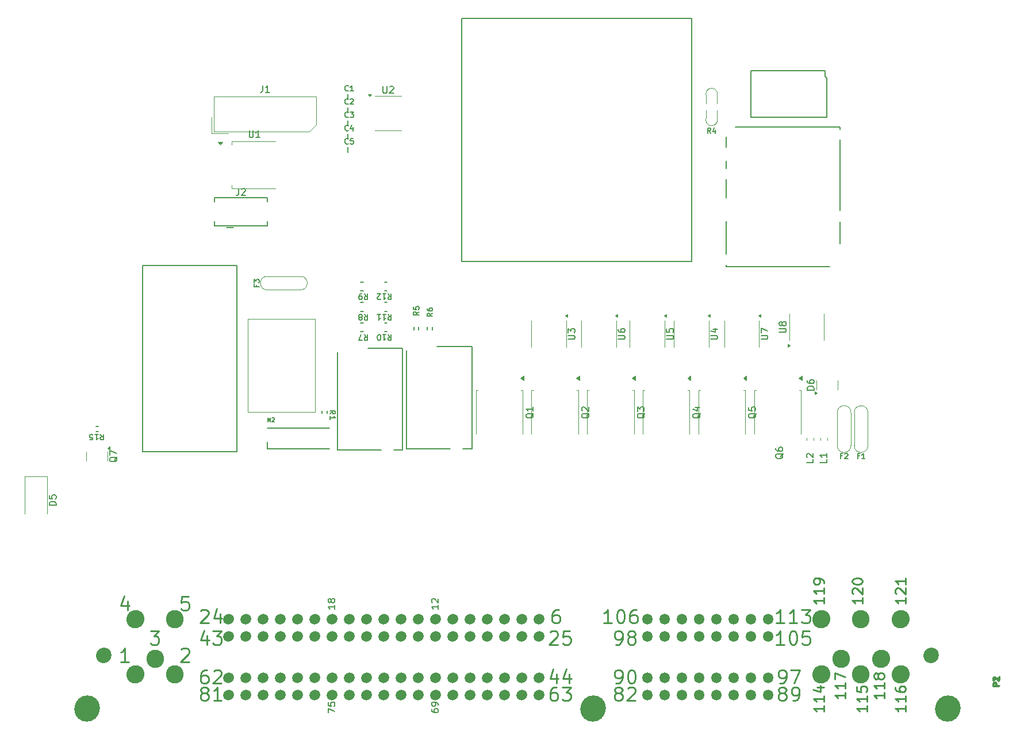
<source format=gto>
G04 #@! TF.GenerationSoftware,KiCad,Pcbnew,8.0.8*
G04 #@! TF.CreationDate,2025-12-17T18:23:41-05:00*
G04 #@! TF.ProjectId,hellen121vag,68656c6c-656e-4313-9231-7661672e6b69,d*
G04 #@! TF.SameCoordinates,PX2b953a0PY6943058*
G04 #@! TF.FileFunction,Legend,Top*
G04 #@! TF.FilePolarity,Positive*
%FSLAX46Y46*%
G04 Gerber Fmt 4.6, Leading zero omitted, Abs format (unit mm)*
G04 Created by KiCad (PCBNEW 8.0.8) date 2025-12-17 18:23:41*
%MOMM*%
%LPD*%
G01*
G04 APERTURE LIST*
%ADD10C,0.250000*%
%ADD11C,0.200000*%
%ADD12C,0.150000*%
%ADD13C,0.170000*%
%ADD14C,0.222250*%
%ADD15C,0.127000*%
%ADD16C,0.120000*%
%ADD17C,0.203200*%
%ADD18C,0.099060*%
%ADD19C,0.100000*%
%ADD20C,2.600000*%
%ADD21C,1.500000*%
%ADD22C,3.700000*%
%ADD23C,2.200000*%
G04 APERTURE END LIST*
D10*
X95841666Y18022762D02*
X94698809Y18022762D01*
X95270237Y18022762D02*
X95270237Y20022762D01*
X95270237Y20022762D02*
X95079761Y19737048D01*
X95079761Y19737048D02*
X94889285Y19546572D01*
X94889285Y19546572D02*
X94698809Y19451334D01*
X97079761Y20022762D02*
X97270238Y20022762D01*
X97270238Y20022762D02*
X97460714Y19927524D01*
X97460714Y19927524D02*
X97555952Y19832286D01*
X97555952Y19832286D02*
X97651190Y19641810D01*
X97651190Y19641810D02*
X97746428Y19260858D01*
X97746428Y19260858D02*
X97746428Y18784667D01*
X97746428Y18784667D02*
X97651190Y18403715D01*
X97651190Y18403715D02*
X97555952Y18213239D01*
X97555952Y18213239D02*
X97460714Y18118000D01*
X97460714Y18118000D02*
X97270238Y18022762D01*
X97270238Y18022762D02*
X97079761Y18022762D01*
X97079761Y18022762D02*
X96889285Y18118000D01*
X96889285Y18118000D02*
X96794047Y18213239D01*
X96794047Y18213239D02*
X96698809Y18403715D01*
X96698809Y18403715D02*
X96603571Y18784667D01*
X96603571Y18784667D02*
X96603571Y19260858D01*
X96603571Y19260858D02*
X96698809Y19641810D01*
X96698809Y19641810D02*
X96794047Y19832286D01*
X96794047Y19832286D02*
X96889285Y19927524D01*
X96889285Y19927524D02*
X97079761Y20022762D01*
X99460714Y20022762D02*
X99079761Y20022762D01*
X99079761Y20022762D02*
X98889285Y19927524D01*
X98889285Y19927524D02*
X98794047Y19832286D01*
X98794047Y19832286D02*
X98603571Y19546572D01*
X98603571Y19546572D02*
X98508333Y19165620D01*
X98508333Y19165620D02*
X98508333Y18403715D01*
X98508333Y18403715D02*
X98603571Y18213239D01*
X98603571Y18213239D02*
X98698809Y18118000D01*
X98698809Y18118000D02*
X98889285Y18022762D01*
X98889285Y18022762D02*
X99270238Y18022762D01*
X99270238Y18022762D02*
X99460714Y18118000D01*
X99460714Y18118000D02*
X99555952Y18213239D01*
X99555952Y18213239D02*
X99651190Y18403715D01*
X99651190Y18403715D02*
X99651190Y18879905D01*
X99651190Y18879905D02*
X99555952Y19070381D01*
X99555952Y19070381D02*
X99460714Y19165620D01*
X99460714Y19165620D02*
X99270238Y19260858D01*
X99270238Y19260858D02*
X98889285Y19260858D01*
X98889285Y19260858D02*
X98698809Y19165620D01*
X98698809Y19165620D02*
X98603571Y19070381D01*
X98603571Y19070381D02*
X98508333Y18879905D01*
X24530952Y21261096D02*
X24530952Y19927762D01*
X24054761Y22023000D02*
X23578571Y20594429D01*
X23578571Y20594429D02*
X24816666Y20594429D01*
X33516190Y21927762D02*
X32563809Y21927762D01*
X32563809Y21927762D02*
X32468571Y20975381D01*
X32468571Y20975381D02*
X32563809Y21070620D01*
X32563809Y21070620D02*
X32754285Y21165858D01*
X32754285Y21165858D02*
X33230476Y21165858D01*
X33230476Y21165858D02*
X33420952Y21070620D01*
X33420952Y21070620D02*
X33516190Y20975381D01*
X33516190Y20975381D02*
X33611428Y20784905D01*
X33611428Y20784905D02*
X33611428Y20308715D01*
X33611428Y20308715D02*
X33516190Y20118239D01*
X33516190Y20118239D02*
X33420952Y20023000D01*
X33420952Y20023000D02*
X33230476Y19927762D01*
X33230476Y19927762D02*
X32754285Y19927762D01*
X32754285Y19927762D02*
X32563809Y20023000D01*
X32563809Y20023000D02*
X32468571Y20118239D01*
X32468571Y14117286D02*
X32563809Y14212524D01*
X32563809Y14212524D02*
X32754285Y14307762D01*
X32754285Y14307762D02*
X33230476Y14307762D01*
X33230476Y14307762D02*
X33420952Y14212524D01*
X33420952Y14212524D02*
X33516190Y14117286D01*
X33516190Y14117286D02*
X33611428Y13926810D01*
X33611428Y13926810D02*
X33611428Y13736334D01*
X33611428Y13736334D02*
X33516190Y13450620D01*
X33516190Y13450620D02*
X32373333Y12307762D01*
X32373333Y12307762D02*
X33611428Y12307762D01*
X130240928Y7775002D02*
X130240928Y6917859D01*
X130240928Y7346430D02*
X128740928Y7346430D01*
X128740928Y7346430D02*
X128955214Y7203573D01*
X128955214Y7203573D02*
X129098071Y7060716D01*
X129098071Y7060716D02*
X129169500Y6917859D01*
X130240928Y9203573D02*
X130240928Y8346430D01*
X130240928Y8775001D02*
X128740928Y8775001D01*
X128740928Y8775001D02*
X128955214Y8632144D01*
X128955214Y8632144D02*
X129098071Y8489287D01*
X129098071Y8489287D02*
X129169500Y8346430D01*
X128740928Y9703572D02*
X128740928Y10703572D01*
X128740928Y10703572D02*
X130240928Y10060715D01*
X139130928Y21745002D02*
X139130928Y20887859D01*
X139130928Y21316430D02*
X137630928Y21316430D01*
X137630928Y21316430D02*
X137845214Y21173573D01*
X137845214Y21173573D02*
X137988071Y21030716D01*
X137988071Y21030716D02*
X138059500Y20887859D01*
X137773785Y22316430D02*
X137702357Y22387858D01*
X137702357Y22387858D02*
X137630928Y22530715D01*
X137630928Y22530715D02*
X137630928Y22887858D01*
X137630928Y22887858D02*
X137702357Y23030715D01*
X137702357Y23030715D02*
X137773785Y23102144D01*
X137773785Y23102144D02*
X137916642Y23173573D01*
X137916642Y23173573D02*
X138059500Y23173573D01*
X138059500Y23173573D02*
X138273785Y23102144D01*
X138273785Y23102144D02*
X139130928Y22245001D01*
X139130928Y22245001D02*
X139130928Y23173573D01*
X139130928Y24602144D02*
X139130928Y23745001D01*
X139130928Y24173572D02*
X137630928Y24173572D01*
X137630928Y24173572D02*
X137845214Y24030715D01*
X137845214Y24030715D02*
X137988071Y23887858D01*
X137988071Y23887858D02*
X138059500Y23745001D01*
D11*
X54082219Y4790477D02*
X54082219Y5457143D01*
X54082219Y5457143D02*
X55082219Y5028572D01*
X54082219Y6314286D02*
X54082219Y5838096D01*
X54082219Y5838096D02*
X54558409Y5790477D01*
X54558409Y5790477D02*
X54510790Y5838096D01*
X54510790Y5838096D02*
X54463171Y5933334D01*
X54463171Y5933334D02*
X54463171Y6171429D01*
X54463171Y6171429D02*
X54510790Y6266667D01*
X54510790Y6266667D02*
X54558409Y6314286D01*
X54558409Y6314286D02*
X54653647Y6361905D01*
X54653647Y6361905D02*
X54891742Y6361905D01*
X54891742Y6361905D02*
X54986980Y6314286D01*
X54986980Y6314286D02*
X55034600Y6266667D01*
X55034600Y6266667D02*
X55082219Y6171429D01*
X55082219Y6171429D02*
X55082219Y5933334D01*
X55082219Y5933334D02*
X55034600Y5838096D01*
X55034600Y5838096D02*
X54986980Y5790477D01*
X69322219Y5314286D02*
X69322219Y5123810D01*
X69322219Y5123810D02*
X69369838Y5028572D01*
X69369838Y5028572D02*
X69417457Y4980953D01*
X69417457Y4980953D02*
X69560314Y4885715D01*
X69560314Y4885715D02*
X69750790Y4838096D01*
X69750790Y4838096D02*
X70131742Y4838096D01*
X70131742Y4838096D02*
X70226980Y4885715D01*
X70226980Y4885715D02*
X70274600Y4933334D01*
X70274600Y4933334D02*
X70322219Y5028572D01*
X70322219Y5028572D02*
X70322219Y5219048D01*
X70322219Y5219048D02*
X70274600Y5314286D01*
X70274600Y5314286D02*
X70226980Y5361905D01*
X70226980Y5361905D02*
X70131742Y5409524D01*
X70131742Y5409524D02*
X69893647Y5409524D01*
X69893647Y5409524D02*
X69798409Y5361905D01*
X69798409Y5361905D02*
X69750790Y5314286D01*
X69750790Y5314286D02*
X69703171Y5219048D01*
X69703171Y5219048D02*
X69703171Y5028572D01*
X69703171Y5028572D02*
X69750790Y4933334D01*
X69750790Y4933334D02*
X69798409Y4885715D01*
X69798409Y4885715D02*
X69893647Y4838096D01*
X70322219Y5885715D02*
X70322219Y6076191D01*
X70322219Y6076191D02*
X70274600Y6171429D01*
X70274600Y6171429D02*
X70226980Y6219048D01*
X70226980Y6219048D02*
X70084123Y6314286D01*
X70084123Y6314286D02*
X69893647Y6361905D01*
X69893647Y6361905D02*
X69512695Y6361905D01*
X69512695Y6361905D02*
X69417457Y6314286D01*
X69417457Y6314286D02*
X69369838Y6266667D01*
X69369838Y6266667D02*
X69322219Y6171429D01*
X69322219Y6171429D02*
X69322219Y5980953D01*
X69322219Y5980953D02*
X69369838Y5885715D01*
X69369838Y5885715D02*
X69417457Y5838096D01*
X69417457Y5838096D02*
X69512695Y5790477D01*
X69512695Y5790477D02*
X69750790Y5790477D01*
X69750790Y5790477D02*
X69846028Y5838096D01*
X69846028Y5838096D02*
X69893647Y5885715D01*
X69893647Y5885715D02*
X69941266Y5980953D01*
X69941266Y5980953D02*
X69941266Y6171429D01*
X69941266Y6171429D02*
X69893647Y6266667D01*
X69893647Y6266667D02*
X69846028Y6314286D01*
X69846028Y6314286D02*
X69750790Y6361905D01*
D10*
X86761190Y16657286D02*
X86856428Y16752524D01*
X86856428Y16752524D02*
X87046904Y16847762D01*
X87046904Y16847762D02*
X87523095Y16847762D01*
X87523095Y16847762D02*
X87713571Y16752524D01*
X87713571Y16752524D02*
X87808809Y16657286D01*
X87808809Y16657286D02*
X87904047Y16466810D01*
X87904047Y16466810D02*
X87904047Y16276334D01*
X87904047Y16276334D02*
X87808809Y15990620D01*
X87808809Y15990620D02*
X86665952Y14847762D01*
X86665952Y14847762D02*
X87904047Y14847762D01*
X89713571Y16847762D02*
X88761190Y16847762D01*
X88761190Y16847762D02*
X88665952Y15895381D01*
X88665952Y15895381D02*
X88761190Y15990620D01*
X88761190Y15990620D02*
X88951666Y16085858D01*
X88951666Y16085858D02*
X89427857Y16085858D01*
X89427857Y16085858D02*
X89618333Y15990620D01*
X89618333Y15990620D02*
X89713571Y15895381D01*
X89713571Y15895381D02*
X89808809Y15704905D01*
X89808809Y15704905D02*
X89808809Y15228715D01*
X89808809Y15228715D02*
X89713571Y15038239D01*
X89713571Y15038239D02*
X89618333Y14943000D01*
X89618333Y14943000D02*
X89427857Y14847762D01*
X89427857Y14847762D02*
X88951666Y14847762D01*
X88951666Y14847762D02*
X88761190Y14943000D01*
X88761190Y14943000D02*
X88665952Y15038239D01*
X133415928Y5870002D02*
X133415928Y5012859D01*
X133415928Y5441430D02*
X131915928Y5441430D01*
X131915928Y5441430D02*
X132130214Y5298573D01*
X132130214Y5298573D02*
X132273071Y5155716D01*
X132273071Y5155716D02*
X132344500Y5012859D01*
X133415928Y7298573D02*
X133415928Y6441430D01*
X133415928Y6870001D02*
X131915928Y6870001D01*
X131915928Y6870001D02*
X132130214Y6727144D01*
X132130214Y6727144D02*
X132273071Y6584287D01*
X132273071Y6584287D02*
X132344500Y6441430D01*
X131915928Y8655715D02*
X131915928Y7941429D01*
X131915928Y7941429D02*
X132630214Y7870001D01*
X132630214Y7870001D02*
X132558785Y7941429D01*
X132558785Y7941429D02*
X132487357Y8084286D01*
X132487357Y8084286D02*
X132487357Y8441429D01*
X132487357Y8441429D02*
X132558785Y8584286D01*
X132558785Y8584286D02*
X132630214Y8655715D01*
X132630214Y8655715D02*
X132773071Y8727144D01*
X132773071Y8727144D02*
X133130214Y8727144D01*
X133130214Y8727144D02*
X133273071Y8655715D01*
X133273071Y8655715D02*
X133344500Y8584286D01*
X133344500Y8584286D02*
X133415928Y8441429D01*
X133415928Y8441429D02*
X133415928Y8084286D01*
X133415928Y8084286D02*
X133344500Y7941429D01*
X133344500Y7941429D02*
X133273071Y7870001D01*
X36278571Y16181096D02*
X36278571Y14847762D01*
X35802380Y16943000D02*
X35326190Y15514429D01*
X35326190Y15514429D02*
X36564285Y15514429D01*
X37135714Y16847762D02*
X38373809Y16847762D01*
X38373809Y16847762D02*
X37707142Y16085858D01*
X37707142Y16085858D02*
X37992857Y16085858D01*
X37992857Y16085858D02*
X38183333Y15990620D01*
X38183333Y15990620D02*
X38278571Y15895381D01*
X38278571Y15895381D02*
X38373809Y15704905D01*
X38373809Y15704905D02*
X38373809Y15228715D01*
X38373809Y15228715D02*
X38278571Y15038239D01*
X38278571Y15038239D02*
X38183333Y14943000D01*
X38183333Y14943000D02*
X37992857Y14847762D01*
X37992857Y14847762D02*
X37421428Y14847762D01*
X37421428Y14847762D02*
X37230952Y14943000D01*
X37230952Y14943000D02*
X37135714Y15038239D01*
D11*
X55082219Y20649524D02*
X55082219Y20078096D01*
X55082219Y20363810D02*
X54082219Y20363810D01*
X54082219Y20363810D02*
X54225076Y20268572D01*
X54225076Y20268572D02*
X54320314Y20173334D01*
X54320314Y20173334D02*
X54367933Y20078096D01*
X54510790Y21220953D02*
X54463171Y21125715D01*
X54463171Y21125715D02*
X54415552Y21078096D01*
X54415552Y21078096D02*
X54320314Y21030477D01*
X54320314Y21030477D02*
X54272695Y21030477D01*
X54272695Y21030477D02*
X54177457Y21078096D01*
X54177457Y21078096D02*
X54129838Y21125715D01*
X54129838Y21125715D02*
X54082219Y21220953D01*
X54082219Y21220953D02*
X54082219Y21411429D01*
X54082219Y21411429D02*
X54129838Y21506667D01*
X54129838Y21506667D02*
X54177457Y21554286D01*
X54177457Y21554286D02*
X54272695Y21601905D01*
X54272695Y21601905D02*
X54320314Y21601905D01*
X54320314Y21601905D02*
X54415552Y21554286D01*
X54415552Y21554286D02*
X54463171Y21506667D01*
X54463171Y21506667D02*
X54510790Y21411429D01*
X54510790Y21411429D02*
X54510790Y21220953D01*
X54510790Y21220953D02*
X54558409Y21125715D01*
X54558409Y21125715D02*
X54606028Y21078096D01*
X54606028Y21078096D02*
X54701266Y21030477D01*
X54701266Y21030477D02*
X54891742Y21030477D01*
X54891742Y21030477D02*
X54986980Y21078096D01*
X54986980Y21078096D02*
X55034600Y21125715D01*
X55034600Y21125715D02*
X55082219Y21220953D01*
X55082219Y21220953D02*
X55082219Y21411429D01*
X55082219Y21411429D02*
X55034600Y21506667D01*
X55034600Y21506667D02*
X54986980Y21554286D01*
X54986980Y21554286D02*
X54891742Y21601905D01*
X54891742Y21601905D02*
X54701266Y21601905D01*
X54701266Y21601905D02*
X54606028Y21554286D01*
X54606028Y21554286D02*
X54558409Y21506667D01*
X54558409Y21506667D02*
X54510790Y21411429D01*
D10*
X120606666Y9132762D02*
X120987618Y9132762D01*
X120987618Y9132762D02*
X121178095Y9228000D01*
X121178095Y9228000D02*
X121273333Y9323239D01*
X121273333Y9323239D02*
X121463809Y9608953D01*
X121463809Y9608953D02*
X121559047Y9989905D01*
X121559047Y9989905D02*
X121559047Y10751810D01*
X121559047Y10751810D02*
X121463809Y10942286D01*
X121463809Y10942286D02*
X121368571Y11037524D01*
X121368571Y11037524D02*
X121178095Y11132762D01*
X121178095Y11132762D02*
X120797142Y11132762D01*
X120797142Y11132762D02*
X120606666Y11037524D01*
X120606666Y11037524D02*
X120511428Y10942286D01*
X120511428Y10942286D02*
X120416190Y10751810D01*
X120416190Y10751810D02*
X120416190Y10275620D01*
X120416190Y10275620D02*
X120511428Y10085143D01*
X120511428Y10085143D02*
X120606666Y9989905D01*
X120606666Y9989905D02*
X120797142Y9894667D01*
X120797142Y9894667D02*
X121178095Y9894667D01*
X121178095Y9894667D02*
X121368571Y9989905D01*
X121368571Y9989905D02*
X121463809Y10085143D01*
X121463809Y10085143D02*
X121559047Y10275620D01*
X122225714Y11132762D02*
X123559047Y11132762D01*
X123559047Y11132762D02*
X122701904Y9132762D01*
X35326190Y19832286D02*
X35421428Y19927524D01*
X35421428Y19927524D02*
X35611904Y20022762D01*
X35611904Y20022762D02*
X36088095Y20022762D01*
X36088095Y20022762D02*
X36278571Y19927524D01*
X36278571Y19927524D02*
X36373809Y19832286D01*
X36373809Y19832286D02*
X36469047Y19641810D01*
X36469047Y19641810D02*
X36469047Y19451334D01*
X36469047Y19451334D02*
X36373809Y19165620D01*
X36373809Y19165620D02*
X35230952Y18022762D01*
X35230952Y18022762D02*
X36469047Y18022762D01*
X38183333Y19356096D02*
X38183333Y18022762D01*
X37707142Y20118000D02*
X37230952Y18689429D01*
X37230952Y18689429D02*
X38469047Y18689429D01*
X96476666Y14847762D02*
X96857618Y14847762D01*
X96857618Y14847762D02*
X97048095Y14943000D01*
X97048095Y14943000D02*
X97143333Y15038239D01*
X97143333Y15038239D02*
X97333809Y15323953D01*
X97333809Y15323953D02*
X97429047Y15704905D01*
X97429047Y15704905D02*
X97429047Y16466810D01*
X97429047Y16466810D02*
X97333809Y16657286D01*
X97333809Y16657286D02*
X97238571Y16752524D01*
X97238571Y16752524D02*
X97048095Y16847762D01*
X97048095Y16847762D02*
X96667142Y16847762D01*
X96667142Y16847762D02*
X96476666Y16752524D01*
X96476666Y16752524D02*
X96381428Y16657286D01*
X96381428Y16657286D02*
X96286190Y16466810D01*
X96286190Y16466810D02*
X96286190Y15990620D01*
X96286190Y15990620D02*
X96381428Y15800143D01*
X96381428Y15800143D02*
X96476666Y15704905D01*
X96476666Y15704905D02*
X96667142Y15609667D01*
X96667142Y15609667D02*
X97048095Y15609667D01*
X97048095Y15609667D02*
X97238571Y15704905D01*
X97238571Y15704905D02*
X97333809Y15800143D01*
X97333809Y15800143D02*
X97429047Y15990620D01*
X98571904Y15990620D02*
X98381428Y16085858D01*
X98381428Y16085858D02*
X98286190Y16181096D01*
X98286190Y16181096D02*
X98190952Y16371572D01*
X98190952Y16371572D02*
X98190952Y16466810D01*
X98190952Y16466810D02*
X98286190Y16657286D01*
X98286190Y16657286D02*
X98381428Y16752524D01*
X98381428Y16752524D02*
X98571904Y16847762D01*
X98571904Y16847762D02*
X98952857Y16847762D01*
X98952857Y16847762D02*
X99143333Y16752524D01*
X99143333Y16752524D02*
X99238571Y16657286D01*
X99238571Y16657286D02*
X99333809Y16466810D01*
X99333809Y16466810D02*
X99333809Y16371572D01*
X99333809Y16371572D02*
X99238571Y16181096D01*
X99238571Y16181096D02*
X99143333Y16085858D01*
X99143333Y16085858D02*
X98952857Y15990620D01*
X98952857Y15990620D02*
X98571904Y15990620D01*
X98571904Y15990620D02*
X98381428Y15895381D01*
X98381428Y15895381D02*
X98286190Y15800143D01*
X98286190Y15800143D02*
X98190952Y15609667D01*
X98190952Y15609667D02*
X98190952Y15228715D01*
X98190952Y15228715D02*
X98286190Y15038239D01*
X98286190Y15038239D02*
X98381428Y14943000D01*
X98381428Y14943000D02*
X98571904Y14847762D01*
X98571904Y14847762D02*
X98952857Y14847762D01*
X98952857Y14847762D02*
X99143333Y14943000D01*
X99143333Y14943000D02*
X99238571Y15038239D01*
X99238571Y15038239D02*
X99333809Y15228715D01*
X99333809Y15228715D02*
X99333809Y15609667D01*
X99333809Y15609667D02*
X99238571Y15800143D01*
X99238571Y15800143D02*
X99143333Y15895381D01*
X99143333Y15895381D02*
X98952857Y15990620D01*
X135955928Y7775002D02*
X135955928Y6917859D01*
X135955928Y7346430D02*
X134455928Y7346430D01*
X134455928Y7346430D02*
X134670214Y7203573D01*
X134670214Y7203573D02*
X134813071Y7060716D01*
X134813071Y7060716D02*
X134884500Y6917859D01*
X135955928Y9203573D02*
X135955928Y8346430D01*
X135955928Y8775001D02*
X134455928Y8775001D01*
X134455928Y8775001D02*
X134670214Y8632144D01*
X134670214Y8632144D02*
X134813071Y8489287D01*
X134813071Y8489287D02*
X134884500Y8346430D01*
X135098785Y10060715D02*
X135027357Y9917858D01*
X135027357Y9917858D02*
X134955928Y9846429D01*
X134955928Y9846429D02*
X134813071Y9775001D01*
X134813071Y9775001D02*
X134741642Y9775001D01*
X134741642Y9775001D02*
X134598785Y9846429D01*
X134598785Y9846429D02*
X134527357Y9917858D01*
X134527357Y9917858D02*
X134455928Y10060715D01*
X134455928Y10060715D02*
X134455928Y10346429D01*
X134455928Y10346429D02*
X134527357Y10489286D01*
X134527357Y10489286D02*
X134598785Y10560715D01*
X134598785Y10560715D02*
X134741642Y10632144D01*
X134741642Y10632144D02*
X134813071Y10632144D01*
X134813071Y10632144D02*
X134955928Y10560715D01*
X134955928Y10560715D02*
X135027357Y10489286D01*
X135027357Y10489286D02*
X135098785Y10346429D01*
X135098785Y10346429D02*
X135098785Y10060715D01*
X135098785Y10060715D02*
X135170214Y9917858D01*
X135170214Y9917858D02*
X135241642Y9846429D01*
X135241642Y9846429D02*
X135384500Y9775001D01*
X135384500Y9775001D02*
X135670214Y9775001D01*
X135670214Y9775001D02*
X135813071Y9846429D01*
X135813071Y9846429D02*
X135884500Y9917858D01*
X135884500Y9917858D02*
X135955928Y10060715D01*
X135955928Y10060715D02*
X135955928Y10346429D01*
X135955928Y10346429D02*
X135884500Y10489286D01*
X135884500Y10489286D02*
X135813071Y10560715D01*
X135813071Y10560715D02*
X135670214Y10632144D01*
X135670214Y10632144D02*
X135384500Y10632144D01*
X135384500Y10632144D02*
X135241642Y10560715D01*
X135241642Y10560715D02*
X135170214Y10489286D01*
X135170214Y10489286D02*
X135098785Y10346429D01*
X24721428Y12307762D02*
X23578571Y12307762D01*
X24149999Y12307762D02*
X24149999Y14307762D01*
X24149999Y14307762D02*
X23959523Y14022048D01*
X23959523Y14022048D02*
X23769047Y13831572D01*
X23769047Y13831572D02*
X23578571Y13736334D01*
X35707142Y7735620D02*
X35516666Y7830858D01*
X35516666Y7830858D02*
X35421428Y7926096D01*
X35421428Y7926096D02*
X35326190Y8116572D01*
X35326190Y8116572D02*
X35326190Y8211810D01*
X35326190Y8211810D02*
X35421428Y8402286D01*
X35421428Y8402286D02*
X35516666Y8497524D01*
X35516666Y8497524D02*
X35707142Y8592762D01*
X35707142Y8592762D02*
X36088095Y8592762D01*
X36088095Y8592762D02*
X36278571Y8497524D01*
X36278571Y8497524D02*
X36373809Y8402286D01*
X36373809Y8402286D02*
X36469047Y8211810D01*
X36469047Y8211810D02*
X36469047Y8116572D01*
X36469047Y8116572D02*
X36373809Y7926096D01*
X36373809Y7926096D02*
X36278571Y7830858D01*
X36278571Y7830858D02*
X36088095Y7735620D01*
X36088095Y7735620D02*
X35707142Y7735620D01*
X35707142Y7735620D02*
X35516666Y7640381D01*
X35516666Y7640381D02*
X35421428Y7545143D01*
X35421428Y7545143D02*
X35326190Y7354667D01*
X35326190Y7354667D02*
X35326190Y6973715D01*
X35326190Y6973715D02*
X35421428Y6783239D01*
X35421428Y6783239D02*
X35516666Y6688000D01*
X35516666Y6688000D02*
X35707142Y6592762D01*
X35707142Y6592762D02*
X36088095Y6592762D01*
X36088095Y6592762D02*
X36278571Y6688000D01*
X36278571Y6688000D02*
X36373809Y6783239D01*
X36373809Y6783239D02*
X36469047Y6973715D01*
X36469047Y6973715D02*
X36469047Y7354667D01*
X36469047Y7354667D02*
X36373809Y7545143D01*
X36373809Y7545143D02*
X36278571Y7640381D01*
X36278571Y7640381D02*
X36088095Y7735620D01*
X38373809Y6592762D02*
X37230952Y6592762D01*
X37802380Y6592762D02*
X37802380Y8592762D01*
X37802380Y8592762D02*
X37611904Y8307048D01*
X37611904Y8307048D02*
X37421428Y8116572D01*
X37421428Y8116572D02*
X37230952Y8021334D01*
X127065928Y21745002D02*
X127065928Y20887859D01*
X127065928Y21316430D02*
X125565928Y21316430D01*
X125565928Y21316430D02*
X125780214Y21173573D01*
X125780214Y21173573D02*
X125923071Y21030716D01*
X125923071Y21030716D02*
X125994500Y20887859D01*
X127065928Y23173573D02*
X127065928Y22316430D01*
X127065928Y22745001D02*
X125565928Y22745001D01*
X125565928Y22745001D02*
X125780214Y22602144D01*
X125780214Y22602144D02*
X125923071Y22459287D01*
X125923071Y22459287D02*
X125994500Y22316430D01*
X127065928Y23887858D02*
X127065928Y24173572D01*
X127065928Y24173572D02*
X126994500Y24316429D01*
X126994500Y24316429D02*
X126923071Y24387858D01*
X126923071Y24387858D02*
X126708785Y24530715D01*
X126708785Y24530715D02*
X126423071Y24602144D01*
X126423071Y24602144D02*
X125851642Y24602144D01*
X125851642Y24602144D02*
X125708785Y24530715D01*
X125708785Y24530715D02*
X125637357Y24459286D01*
X125637357Y24459286D02*
X125565928Y24316429D01*
X125565928Y24316429D02*
X125565928Y24030715D01*
X125565928Y24030715D02*
X125637357Y23887858D01*
X125637357Y23887858D02*
X125708785Y23816429D01*
X125708785Y23816429D02*
X125851642Y23745001D01*
X125851642Y23745001D02*
X126208785Y23745001D01*
X126208785Y23745001D02*
X126351642Y23816429D01*
X126351642Y23816429D02*
X126423071Y23887858D01*
X126423071Y23887858D02*
X126494500Y24030715D01*
X126494500Y24030715D02*
X126494500Y24316429D01*
X126494500Y24316429D02*
X126423071Y24459286D01*
X126423071Y24459286D02*
X126351642Y24530715D01*
X126351642Y24530715D02*
X126208785Y24602144D01*
X87713571Y10466096D02*
X87713571Y9132762D01*
X87237380Y11228000D02*
X86761190Y9799429D01*
X86761190Y9799429D02*
X87999285Y9799429D01*
X89618333Y10466096D02*
X89618333Y9132762D01*
X89142142Y11228000D02*
X88665952Y9799429D01*
X88665952Y9799429D02*
X89904047Y9799429D01*
X96667142Y7735620D02*
X96476666Y7830858D01*
X96476666Y7830858D02*
X96381428Y7926096D01*
X96381428Y7926096D02*
X96286190Y8116572D01*
X96286190Y8116572D02*
X96286190Y8211810D01*
X96286190Y8211810D02*
X96381428Y8402286D01*
X96381428Y8402286D02*
X96476666Y8497524D01*
X96476666Y8497524D02*
X96667142Y8592762D01*
X96667142Y8592762D02*
X97048095Y8592762D01*
X97048095Y8592762D02*
X97238571Y8497524D01*
X97238571Y8497524D02*
X97333809Y8402286D01*
X97333809Y8402286D02*
X97429047Y8211810D01*
X97429047Y8211810D02*
X97429047Y8116572D01*
X97429047Y8116572D02*
X97333809Y7926096D01*
X97333809Y7926096D02*
X97238571Y7830858D01*
X97238571Y7830858D02*
X97048095Y7735620D01*
X97048095Y7735620D02*
X96667142Y7735620D01*
X96667142Y7735620D02*
X96476666Y7640381D01*
X96476666Y7640381D02*
X96381428Y7545143D01*
X96381428Y7545143D02*
X96286190Y7354667D01*
X96286190Y7354667D02*
X96286190Y6973715D01*
X96286190Y6973715D02*
X96381428Y6783239D01*
X96381428Y6783239D02*
X96476666Y6688000D01*
X96476666Y6688000D02*
X96667142Y6592762D01*
X96667142Y6592762D02*
X97048095Y6592762D01*
X97048095Y6592762D02*
X97238571Y6688000D01*
X97238571Y6688000D02*
X97333809Y6783239D01*
X97333809Y6783239D02*
X97429047Y6973715D01*
X97429047Y6973715D02*
X97429047Y7354667D01*
X97429047Y7354667D02*
X97333809Y7545143D01*
X97333809Y7545143D02*
X97238571Y7640381D01*
X97238571Y7640381D02*
X97048095Y7735620D01*
X98190952Y8402286D02*
X98286190Y8497524D01*
X98286190Y8497524D02*
X98476666Y8592762D01*
X98476666Y8592762D02*
X98952857Y8592762D01*
X98952857Y8592762D02*
X99143333Y8497524D01*
X99143333Y8497524D02*
X99238571Y8402286D01*
X99238571Y8402286D02*
X99333809Y8211810D01*
X99333809Y8211810D02*
X99333809Y8021334D01*
X99333809Y8021334D02*
X99238571Y7735620D01*
X99238571Y7735620D02*
X98095714Y6592762D01*
X98095714Y6592762D02*
X99333809Y6592762D01*
X27928333Y16847762D02*
X29166428Y16847762D01*
X29166428Y16847762D02*
X28499761Y16085858D01*
X28499761Y16085858D02*
X28785476Y16085858D01*
X28785476Y16085858D02*
X28975952Y15990620D01*
X28975952Y15990620D02*
X29071190Y15895381D01*
X29071190Y15895381D02*
X29166428Y15704905D01*
X29166428Y15704905D02*
X29166428Y15228715D01*
X29166428Y15228715D02*
X29071190Y15038239D01*
X29071190Y15038239D02*
X28975952Y14943000D01*
X28975952Y14943000D02*
X28785476Y14847762D01*
X28785476Y14847762D02*
X28214047Y14847762D01*
X28214047Y14847762D02*
X28023571Y14943000D01*
X28023571Y14943000D02*
X27928333Y15038239D01*
X120797142Y7735620D02*
X120606666Y7830858D01*
X120606666Y7830858D02*
X120511428Y7926096D01*
X120511428Y7926096D02*
X120416190Y8116572D01*
X120416190Y8116572D02*
X120416190Y8211810D01*
X120416190Y8211810D02*
X120511428Y8402286D01*
X120511428Y8402286D02*
X120606666Y8497524D01*
X120606666Y8497524D02*
X120797142Y8592762D01*
X120797142Y8592762D02*
X121178095Y8592762D01*
X121178095Y8592762D02*
X121368571Y8497524D01*
X121368571Y8497524D02*
X121463809Y8402286D01*
X121463809Y8402286D02*
X121559047Y8211810D01*
X121559047Y8211810D02*
X121559047Y8116572D01*
X121559047Y8116572D02*
X121463809Y7926096D01*
X121463809Y7926096D02*
X121368571Y7830858D01*
X121368571Y7830858D02*
X121178095Y7735620D01*
X121178095Y7735620D02*
X120797142Y7735620D01*
X120797142Y7735620D02*
X120606666Y7640381D01*
X120606666Y7640381D02*
X120511428Y7545143D01*
X120511428Y7545143D02*
X120416190Y7354667D01*
X120416190Y7354667D02*
X120416190Y6973715D01*
X120416190Y6973715D02*
X120511428Y6783239D01*
X120511428Y6783239D02*
X120606666Y6688000D01*
X120606666Y6688000D02*
X120797142Y6592762D01*
X120797142Y6592762D02*
X121178095Y6592762D01*
X121178095Y6592762D02*
X121368571Y6688000D01*
X121368571Y6688000D02*
X121463809Y6783239D01*
X121463809Y6783239D02*
X121559047Y6973715D01*
X121559047Y6973715D02*
X121559047Y7354667D01*
X121559047Y7354667D02*
X121463809Y7545143D01*
X121463809Y7545143D02*
X121368571Y7640381D01*
X121368571Y7640381D02*
X121178095Y7735620D01*
X122511428Y6592762D02*
X122892380Y6592762D01*
X122892380Y6592762D02*
X123082857Y6688000D01*
X123082857Y6688000D02*
X123178095Y6783239D01*
X123178095Y6783239D02*
X123368571Y7068953D01*
X123368571Y7068953D02*
X123463809Y7449905D01*
X123463809Y7449905D02*
X123463809Y8211810D01*
X123463809Y8211810D02*
X123368571Y8402286D01*
X123368571Y8402286D02*
X123273333Y8497524D01*
X123273333Y8497524D02*
X123082857Y8592762D01*
X123082857Y8592762D02*
X122701904Y8592762D01*
X122701904Y8592762D02*
X122511428Y8497524D01*
X122511428Y8497524D02*
X122416190Y8402286D01*
X122416190Y8402286D02*
X122320952Y8211810D01*
X122320952Y8211810D02*
X122320952Y7735620D01*
X122320952Y7735620D02*
X122416190Y7545143D01*
X122416190Y7545143D02*
X122511428Y7449905D01*
X122511428Y7449905D02*
X122701904Y7354667D01*
X122701904Y7354667D02*
X123082857Y7354667D01*
X123082857Y7354667D02*
X123273333Y7449905D01*
X123273333Y7449905D02*
X123368571Y7545143D01*
X123368571Y7545143D02*
X123463809Y7735620D01*
X87713571Y8592762D02*
X87332618Y8592762D01*
X87332618Y8592762D02*
X87142142Y8497524D01*
X87142142Y8497524D02*
X87046904Y8402286D01*
X87046904Y8402286D02*
X86856428Y8116572D01*
X86856428Y8116572D02*
X86761190Y7735620D01*
X86761190Y7735620D02*
X86761190Y6973715D01*
X86761190Y6973715D02*
X86856428Y6783239D01*
X86856428Y6783239D02*
X86951666Y6688000D01*
X86951666Y6688000D02*
X87142142Y6592762D01*
X87142142Y6592762D02*
X87523095Y6592762D01*
X87523095Y6592762D02*
X87713571Y6688000D01*
X87713571Y6688000D02*
X87808809Y6783239D01*
X87808809Y6783239D02*
X87904047Y6973715D01*
X87904047Y6973715D02*
X87904047Y7449905D01*
X87904047Y7449905D02*
X87808809Y7640381D01*
X87808809Y7640381D02*
X87713571Y7735620D01*
X87713571Y7735620D02*
X87523095Y7830858D01*
X87523095Y7830858D02*
X87142142Y7830858D01*
X87142142Y7830858D02*
X86951666Y7735620D01*
X86951666Y7735620D02*
X86856428Y7640381D01*
X86856428Y7640381D02*
X86761190Y7449905D01*
X88570714Y8592762D02*
X89808809Y8592762D01*
X89808809Y8592762D02*
X89142142Y7830858D01*
X89142142Y7830858D02*
X89427857Y7830858D01*
X89427857Y7830858D02*
X89618333Y7735620D01*
X89618333Y7735620D02*
X89713571Y7640381D01*
X89713571Y7640381D02*
X89808809Y7449905D01*
X89808809Y7449905D02*
X89808809Y6973715D01*
X89808809Y6973715D02*
X89713571Y6783239D01*
X89713571Y6783239D02*
X89618333Y6688000D01*
X89618333Y6688000D02*
X89427857Y6592762D01*
X89427857Y6592762D02*
X88856428Y6592762D01*
X88856428Y6592762D02*
X88665952Y6688000D01*
X88665952Y6688000D02*
X88570714Y6783239D01*
X127065928Y5870002D02*
X127065928Y5012859D01*
X127065928Y5441430D02*
X125565928Y5441430D01*
X125565928Y5441430D02*
X125780214Y5298573D01*
X125780214Y5298573D02*
X125923071Y5155716D01*
X125923071Y5155716D02*
X125994500Y5012859D01*
X127065928Y7298573D02*
X127065928Y6441430D01*
X127065928Y6870001D02*
X125565928Y6870001D01*
X125565928Y6870001D02*
X125780214Y6727144D01*
X125780214Y6727144D02*
X125923071Y6584287D01*
X125923071Y6584287D02*
X125994500Y6441430D01*
X126065928Y8584286D02*
X127065928Y8584286D01*
X125494500Y8227144D02*
X126565928Y7870001D01*
X126565928Y7870001D02*
X126565928Y8798572D01*
X132780928Y21745002D02*
X132780928Y20887859D01*
X132780928Y21316430D02*
X131280928Y21316430D01*
X131280928Y21316430D02*
X131495214Y21173573D01*
X131495214Y21173573D02*
X131638071Y21030716D01*
X131638071Y21030716D02*
X131709500Y20887859D01*
X131423785Y22316430D02*
X131352357Y22387858D01*
X131352357Y22387858D02*
X131280928Y22530715D01*
X131280928Y22530715D02*
X131280928Y22887858D01*
X131280928Y22887858D02*
X131352357Y23030715D01*
X131352357Y23030715D02*
X131423785Y23102144D01*
X131423785Y23102144D02*
X131566642Y23173573D01*
X131566642Y23173573D02*
X131709500Y23173573D01*
X131709500Y23173573D02*
X131923785Y23102144D01*
X131923785Y23102144D02*
X132780928Y22245001D01*
X132780928Y22245001D02*
X132780928Y23173573D01*
X131280928Y24102144D02*
X131280928Y24245001D01*
X131280928Y24245001D02*
X131352357Y24387858D01*
X131352357Y24387858D02*
X131423785Y24459286D01*
X131423785Y24459286D02*
X131566642Y24530715D01*
X131566642Y24530715D02*
X131852357Y24602144D01*
X131852357Y24602144D02*
X132209500Y24602144D01*
X132209500Y24602144D02*
X132495214Y24530715D01*
X132495214Y24530715D02*
X132638071Y24459286D01*
X132638071Y24459286D02*
X132709500Y24387858D01*
X132709500Y24387858D02*
X132780928Y24245001D01*
X132780928Y24245001D02*
X132780928Y24102144D01*
X132780928Y24102144D02*
X132709500Y23959286D01*
X132709500Y23959286D02*
X132638071Y23887858D01*
X132638071Y23887858D02*
X132495214Y23816429D01*
X132495214Y23816429D02*
X132209500Y23745001D01*
X132209500Y23745001D02*
X131852357Y23745001D01*
X131852357Y23745001D02*
X131566642Y23816429D01*
X131566642Y23816429D02*
X131423785Y23887858D01*
X131423785Y23887858D02*
X131352357Y23959286D01*
X131352357Y23959286D02*
X131280928Y24102144D01*
X88030952Y20022762D02*
X87649999Y20022762D01*
X87649999Y20022762D02*
X87459523Y19927524D01*
X87459523Y19927524D02*
X87364285Y19832286D01*
X87364285Y19832286D02*
X87173809Y19546572D01*
X87173809Y19546572D02*
X87078571Y19165620D01*
X87078571Y19165620D02*
X87078571Y18403715D01*
X87078571Y18403715D02*
X87173809Y18213239D01*
X87173809Y18213239D02*
X87269047Y18118000D01*
X87269047Y18118000D02*
X87459523Y18022762D01*
X87459523Y18022762D02*
X87840476Y18022762D01*
X87840476Y18022762D02*
X88030952Y18118000D01*
X88030952Y18118000D02*
X88126190Y18213239D01*
X88126190Y18213239D02*
X88221428Y18403715D01*
X88221428Y18403715D02*
X88221428Y18879905D01*
X88221428Y18879905D02*
X88126190Y19070381D01*
X88126190Y19070381D02*
X88030952Y19165620D01*
X88030952Y19165620D02*
X87840476Y19260858D01*
X87840476Y19260858D02*
X87459523Y19260858D01*
X87459523Y19260858D02*
X87269047Y19165620D01*
X87269047Y19165620D02*
X87173809Y19070381D01*
X87173809Y19070381D02*
X87078571Y18879905D01*
X96476666Y9132762D02*
X96857618Y9132762D01*
X96857618Y9132762D02*
X97048095Y9228000D01*
X97048095Y9228000D02*
X97143333Y9323239D01*
X97143333Y9323239D02*
X97333809Y9608953D01*
X97333809Y9608953D02*
X97429047Y9989905D01*
X97429047Y9989905D02*
X97429047Y10751810D01*
X97429047Y10751810D02*
X97333809Y10942286D01*
X97333809Y10942286D02*
X97238571Y11037524D01*
X97238571Y11037524D02*
X97048095Y11132762D01*
X97048095Y11132762D02*
X96667142Y11132762D01*
X96667142Y11132762D02*
X96476666Y11037524D01*
X96476666Y11037524D02*
X96381428Y10942286D01*
X96381428Y10942286D02*
X96286190Y10751810D01*
X96286190Y10751810D02*
X96286190Y10275620D01*
X96286190Y10275620D02*
X96381428Y10085143D01*
X96381428Y10085143D02*
X96476666Y9989905D01*
X96476666Y9989905D02*
X96667142Y9894667D01*
X96667142Y9894667D02*
X97048095Y9894667D01*
X97048095Y9894667D02*
X97238571Y9989905D01*
X97238571Y9989905D02*
X97333809Y10085143D01*
X97333809Y10085143D02*
X97429047Y10275620D01*
X98667142Y11132762D02*
X98857619Y11132762D01*
X98857619Y11132762D02*
X99048095Y11037524D01*
X99048095Y11037524D02*
X99143333Y10942286D01*
X99143333Y10942286D02*
X99238571Y10751810D01*
X99238571Y10751810D02*
X99333809Y10370858D01*
X99333809Y10370858D02*
X99333809Y9894667D01*
X99333809Y9894667D02*
X99238571Y9513715D01*
X99238571Y9513715D02*
X99143333Y9323239D01*
X99143333Y9323239D02*
X99048095Y9228000D01*
X99048095Y9228000D02*
X98857619Y9132762D01*
X98857619Y9132762D02*
X98667142Y9132762D01*
X98667142Y9132762D02*
X98476666Y9228000D01*
X98476666Y9228000D02*
X98381428Y9323239D01*
X98381428Y9323239D02*
X98286190Y9513715D01*
X98286190Y9513715D02*
X98190952Y9894667D01*
X98190952Y9894667D02*
X98190952Y10370858D01*
X98190952Y10370858D02*
X98286190Y10751810D01*
X98286190Y10751810D02*
X98381428Y10942286D01*
X98381428Y10942286D02*
X98476666Y11037524D01*
X98476666Y11037524D02*
X98667142Y11132762D01*
X121241666Y18022762D02*
X120098809Y18022762D01*
X120670237Y18022762D02*
X120670237Y20022762D01*
X120670237Y20022762D02*
X120479761Y19737048D01*
X120479761Y19737048D02*
X120289285Y19546572D01*
X120289285Y19546572D02*
X120098809Y19451334D01*
X123146428Y18022762D02*
X122003571Y18022762D01*
X122574999Y18022762D02*
X122574999Y20022762D01*
X122574999Y20022762D02*
X122384523Y19737048D01*
X122384523Y19737048D02*
X122194047Y19546572D01*
X122194047Y19546572D02*
X122003571Y19451334D01*
X123813095Y20022762D02*
X125051190Y20022762D01*
X125051190Y20022762D02*
X124384523Y19260858D01*
X124384523Y19260858D02*
X124670238Y19260858D01*
X124670238Y19260858D02*
X124860714Y19165620D01*
X124860714Y19165620D02*
X124955952Y19070381D01*
X124955952Y19070381D02*
X125051190Y18879905D01*
X125051190Y18879905D02*
X125051190Y18403715D01*
X125051190Y18403715D02*
X124955952Y18213239D01*
X124955952Y18213239D02*
X124860714Y18118000D01*
X124860714Y18118000D02*
X124670238Y18022762D01*
X124670238Y18022762D02*
X124098809Y18022762D01*
X124098809Y18022762D02*
X123908333Y18118000D01*
X123908333Y18118000D02*
X123813095Y18213239D01*
X36278571Y11132762D02*
X35897618Y11132762D01*
X35897618Y11132762D02*
X35707142Y11037524D01*
X35707142Y11037524D02*
X35611904Y10942286D01*
X35611904Y10942286D02*
X35421428Y10656572D01*
X35421428Y10656572D02*
X35326190Y10275620D01*
X35326190Y10275620D02*
X35326190Y9513715D01*
X35326190Y9513715D02*
X35421428Y9323239D01*
X35421428Y9323239D02*
X35516666Y9228000D01*
X35516666Y9228000D02*
X35707142Y9132762D01*
X35707142Y9132762D02*
X36088095Y9132762D01*
X36088095Y9132762D02*
X36278571Y9228000D01*
X36278571Y9228000D02*
X36373809Y9323239D01*
X36373809Y9323239D02*
X36469047Y9513715D01*
X36469047Y9513715D02*
X36469047Y9989905D01*
X36469047Y9989905D02*
X36373809Y10180381D01*
X36373809Y10180381D02*
X36278571Y10275620D01*
X36278571Y10275620D02*
X36088095Y10370858D01*
X36088095Y10370858D02*
X35707142Y10370858D01*
X35707142Y10370858D02*
X35516666Y10275620D01*
X35516666Y10275620D02*
X35421428Y10180381D01*
X35421428Y10180381D02*
X35326190Y9989905D01*
X37230952Y10942286D02*
X37326190Y11037524D01*
X37326190Y11037524D02*
X37516666Y11132762D01*
X37516666Y11132762D02*
X37992857Y11132762D01*
X37992857Y11132762D02*
X38183333Y11037524D01*
X38183333Y11037524D02*
X38278571Y10942286D01*
X38278571Y10942286D02*
X38373809Y10751810D01*
X38373809Y10751810D02*
X38373809Y10561334D01*
X38373809Y10561334D02*
X38278571Y10275620D01*
X38278571Y10275620D02*
X37135714Y9132762D01*
X37135714Y9132762D02*
X38373809Y9132762D01*
X121241666Y14847762D02*
X120098809Y14847762D01*
X120670237Y14847762D02*
X120670237Y16847762D01*
X120670237Y16847762D02*
X120479761Y16562048D01*
X120479761Y16562048D02*
X120289285Y16371572D01*
X120289285Y16371572D02*
X120098809Y16276334D01*
X122479761Y16847762D02*
X122670238Y16847762D01*
X122670238Y16847762D02*
X122860714Y16752524D01*
X122860714Y16752524D02*
X122955952Y16657286D01*
X122955952Y16657286D02*
X123051190Y16466810D01*
X123051190Y16466810D02*
X123146428Y16085858D01*
X123146428Y16085858D02*
X123146428Y15609667D01*
X123146428Y15609667D02*
X123051190Y15228715D01*
X123051190Y15228715D02*
X122955952Y15038239D01*
X122955952Y15038239D02*
X122860714Y14943000D01*
X122860714Y14943000D02*
X122670238Y14847762D01*
X122670238Y14847762D02*
X122479761Y14847762D01*
X122479761Y14847762D02*
X122289285Y14943000D01*
X122289285Y14943000D02*
X122194047Y15038239D01*
X122194047Y15038239D02*
X122098809Y15228715D01*
X122098809Y15228715D02*
X122003571Y15609667D01*
X122003571Y15609667D02*
X122003571Y16085858D01*
X122003571Y16085858D02*
X122098809Y16466810D01*
X122098809Y16466810D02*
X122194047Y16657286D01*
X122194047Y16657286D02*
X122289285Y16752524D01*
X122289285Y16752524D02*
X122479761Y16847762D01*
X124955952Y16847762D02*
X124003571Y16847762D01*
X124003571Y16847762D02*
X123908333Y15895381D01*
X123908333Y15895381D02*
X124003571Y15990620D01*
X124003571Y15990620D02*
X124194047Y16085858D01*
X124194047Y16085858D02*
X124670238Y16085858D01*
X124670238Y16085858D02*
X124860714Y15990620D01*
X124860714Y15990620D02*
X124955952Y15895381D01*
X124955952Y15895381D02*
X125051190Y15704905D01*
X125051190Y15704905D02*
X125051190Y15228715D01*
X125051190Y15228715D02*
X124955952Y15038239D01*
X124955952Y15038239D02*
X124860714Y14943000D01*
X124860714Y14943000D02*
X124670238Y14847762D01*
X124670238Y14847762D02*
X124194047Y14847762D01*
X124194047Y14847762D02*
X124003571Y14943000D01*
X124003571Y14943000D02*
X123908333Y15038239D01*
X139130928Y5870002D02*
X139130928Y5012859D01*
X139130928Y5441430D02*
X137630928Y5441430D01*
X137630928Y5441430D02*
X137845214Y5298573D01*
X137845214Y5298573D02*
X137988071Y5155716D01*
X137988071Y5155716D02*
X138059500Y5012859D01*
X139130928Y7298573D02*
X139130928Y6441430D01*
X139130928Y6870001D02*
X137630928Y6870001D01*
X137630928Y6870001D02*
X137845214Y6727144D01*
X137845214Y6727144D02*
X137988071Y6584287D01*
X137988071Y6584287D02*
X138059500Y6441430D01*
X137630928Y8584286D02*
X137630928Y8298572D01*
X137630928Y8298572D02*
X137702357Y8155715D01*
X137702357Y8155715D02*
X137773785Y8084286D01*
X137773785Y8084286D02*
X137988071Y7941429D01*
X137988071Y7941429D02*
X138273785Y7870001D01*
X138273785Y7870001D02*
X138845214Y7870001D01*
X138845214Y7870001D02*
X138988071Y7941429D01*
X138988071Y7941429D02*
X139059500Y8012858D01*
X139059500Y8012858D02*
X139130928Y8155715D01*
X139130928Y8155715D02*
X139130928Y8441429D01*
X139130928Y8441429D02*
X139059500Y8584286D01*
X139059500Y8584286D02*
X138988071Y8655715D01*
X138988071Y8655715D02*
X138845214Y8727144D01*
X138845214Y8727144D02*
X138488071Y8727144D01*
X138488071Y8727144D02*
X138345214Y8655715D01*
X138345214Y8655715D02*
X138273785Y8584286D01*
X138273785Y8584286D02*
X138202357Y8441429D01*
X138202357Y8441429D02*
X138202357Y8155715D01*
X138202357Y8155715D02*
X138273785Y8012858D01*
X138273785Y8012858D02*
X138345214Y7941429D01*
X138345214Y7941429D02*
X138488071Y7870001D01*
D11*
X70322219Y20649524D02*
X70322219Y20078096D01*
X70322219Y20363810D02*
X69322219Y20363810D01*
X69322219Y20363810D02*
X69465076Y20268572D01*
X69465076Y20268572D02*
X69560314Y20173334D01*
X69560314Y20173334D02*
X69607933Y20078096D01*
X69417457Y21030477D02*
X69369838Y21078096D01*
X69369838Y21078096D02*
X69322219Y21173334D01*
X69322219Y21173334D02*
X69322219Y21411429D01*
X69322219Y21411429D02*
X69369838Y21506667D01*
X69369838Y21506667D02*
X69417457Y21554286D01*
X69417457Y21554286D02*
X69512695Y21601905D01*
X69512695Y21601905D02*
X69607933Y21601905D01*
X69607933Y21601905D02*
X69750790Y21554286D01*
X69750790Y21554286D02*
X70322219Y20982858D01*
X70322219Y20982858D02*
X70322219Y21601905D01*
D12*
X62168095Y97090181D02*
X62168095Y96280658D01*
X62168095Y96280658D02*
X62215714Y96185420D01*
X62215714Y96185420D02*
X62263333Y96137800D01*
X62263333Y96137800D02*
X62358571Y96090181D01*
X62358571Y96090181D02*
X62549047Y96090181D01*
X62549047Y96090181D02*
X62644285Y96137800D01*
X62644285Y96137800D02*
X62691904Y96185420D01*
X62691904Y96185420D02*
X62739523Y96280658D01*
X62739523Y96280658D02*
X62739523Y97090181D01*
X63168095Y96994943D02*
X63215714Y97042562D01*
X63215714Y97042562D02*
X63310952Y97090181D01*
X63310952Y97090181D02*
X63549047Y97090181D01*
X63549047Y97090181D02*
X63644285Y97042562D01*
X63644285Y97042562D02*
X63691904Y96994943D01*
X63691904Y96994943D02*
X63739523Y96899705D01*
X63739523Y96899705D02*
X63739523Y96804467D01*
X63739523Y96804467D02*
X63691904Y96661610D01*
X63691904Y96661610D02*
X63120476Y96090181D01*
X63120476Y96090181D02*
X63739523Y96090181D01*
D13*
X57057534Y88677492D02*
X57018486Y88638444D01*
X57018486Y88638444D02*
X56901343Y88599397D01*
X56901343Y88599397D02*
X56823248Y88599397D01*
X56823248Y88599397D02*
X56706105Y88638444D01*
X56706105Y88638444D02*
X56628010Y88716540D01*
X56628010Y88716540D02*
X56588962Y88794635D01*
X56588962Y88794635D02*
X56549914Y88950826D01*
X56549914Y88950826D02*
X56549914Y89067969D01*
X56549914Y89067969D02*
X56588962Y89224159D01*
X56588962Y89224159D02*
X56628010Y89302255D01*
X56628010Y89302255D02*
X56706105Y89380350D01*
X56706105Y89380350D02*
X56823248Y89419398D01*
X56823248Y89419398D02*
X56901343Y89419398D01*
X56901343Y89419398D02*
X57018486Y89380350D01*
X57018486Y89380350D02*
X57057534Y89341302D01*
X57799440Y89419398D02*
X57408963Y89419398D01*
X57408963Y89419398D02*
X57369915Y89028921D01*
X57369915Y89028921D02*
X57408963Y89067969D01*
X57408963Y89067969D02*
X57487058Y89107016D01*
X57487058Y89107016D02*
X57682297Y89107016D01*
X57682297Y89107016D02*
X57760392Y89067969D01*
X57760392Y89067969D02*
X57799440Y89028921D01*
X57799440Y89028921D02*
X57838487Y88950826D01*
X57838487Y88950826D02*
X57838487Y88755587D01*
X57838487Y88755587D02*
X57799440Y88677492D01*
X57799440Y88677492D02*
X57760392Y88638444D01*
X57760392Y88638444D02*
X57682297Y88599397D01*
X57682297Y88599397D02*
X57487058Y88599397D01*
X57487058Y88599397D02*
X57408963Y88638444D01*
X57408963Y88638444D02*
X57369915Y88677492D01*
X57057534Y90627477D02*
X57018486Y90588429D01*
X57018486Y90588429D02*
X56901343Y90549382D01*
X56901343Y90549382D02*
X56823248Y90549382D01*
X56823248Y90549382D02*
X56706105Y90588429D01*
X56706105Y90588429D02*
X56628010Y90666525D01*
X56628010Y90666525D02*
X56588962Y90744620D01*
X56588962Y90744620D02*
X56549914Y90900811D01*
X56549914Y90900811D02*
X56549914Y91017954D01*
X56549914Y91017954D02*
X56588962Y91174144D01*
X56588962Y91174144D02*
X56628010Y91252240D01*
X56628010Y91252240D02*
X56706105Y91330335D01*
X56706105Y91330335D02*
X56823248Y91369383D01*
X56823248Y91369383D02*
X56901343Y91369383D01*
X56901343Y91369383D02*
X57018486Y91330335D01*
X57018486Y91330335D02*
X57057534Y91291287D01*
X57760392Y91096049D02*
X57760392Y90549382D01*
X57565154Y91408430D02*
X57369915Y90822715D01*
X57369915Y90822715D02*
X57877535Y90822715D01*
X57057534Y92577462D02*
X57018486Y92538414D01*
X57018486Y92538414D02*
X56901343Y92499367D01*
X56901343Y92499367D02*
X56823248Y92499367D01*
X56823248Y92499367D02*
X56706105Y92538414D01*
X56706105Y92538414D02*
X56628010Y92616510D01*
X56628010Y92616510D02*
X56588962Y92694605D01*
X56588962Y92694605D02*
X56549914Y92850796D01*
X56549914Y92850796D02*
X56549914Y92967939D01*
X56549914Y92967939D02*
X56588962Y93124129D01*
X56588962Y93124129D02*
X56628010Y93202225D01*
X56628010Y93202225D02*
X56706105Y93280320D01*
X56706105Y93280320D02*
X56823248Y93319368D01*
X56823248Y93319368D02*
X56901343Y93319368D01*
X56901343Y93319368D02*
X57018486Y93280320D01*
X57018486Y93280320D02*
X57057534Y93241272D01*
X57330868Y93319368D02*
X57838487Y93319368D01*
X57838487Y93319368D02*
X57565154Y93006986D01*
X57565154Y93006986D02*
X57682297Y93006986D01*
X57682297Y93006986D02*
X57760392Y92967939D01*
X57760392Y92967939D02*
X57799440Y92928891D01*
X57799440Y92928891D02*
X57838487Y92850796D01*
X57838487Y92850796D02*
X57838487Y92655557D01*
X57838487Y92655557D02*
X57799440Y92577462D01*
X57799440Y92577462D02*
X57760392Y92538414D01*
X57760392Y92538414D02*
X57682297Y92499367D01*
X57682297Y92499367D02*
X57448011Y92499367D01*
X57448011Y92499367D02*
X57369915Y92538414D01*
X57369915Y92538414D02*
X57330868Y92577462D01*
X57057534Y94527447D02*
X57018486Y94488399D01*
X57018486Y94488399D02*
X56901343Y94449352D01*
X56901343Y94449352D02*
X56823248Y94449352D01*
X56823248Y94449352D02*
X56706105Y94488399D01*
X56706105Y94488399D02*
X56628010Y94566495D01*
X56628010Y94566495D02*
X56588962Y94644590D01*
X56588962Y94644590D02*
X56549914Y94800781D01*
X56549914Y94800781D02*
X56549914Y94917924D01*
X56549914Y94917924D02*
X56588962Y95074114D01*
X56588962Y95074114D02*
X56628010Y95152210D01*
X56628010Y95152210D02*
X56706105Y95230305D01*
X56706105Y95230305D02*
X56823248Y95269353D01*
X56823248Y95269353D02*
X56901343Y95269353D01*
X56901343Y95269353D02*
X57018486Y95230305D01*
X57018486Y95230305D02*
X57057534Y95191257D01*
X57369915Y95191257D02*
X57408963Y95230305D01*
X57408963Y95230305D02*
X57487058Y95269353D01*
X57487058Y95269353D02*
X57682297Y95269353D01*
X57682297Y95269353D02*
X57760392Y95230305D01*
X57760392Y95230305D02*
X57799440Y95191257D01*
X57799440Y95191257D02*
X57838487Y95113162D01*
X57838487Y95113162D02*
X57838487Y95035067D01*
X57838487Y95035067D02*
X57799440Y94917924D01*
X57799440Y94917924D02*
X57330868Y94449352D01*
X57330868Y94449352D02*
X57838487Y94449352D01*
X57057534Y96477432D02*
X57018486Y96438384D01*
X57018486Y96438384D02*
X56901343Y96399337D01*
X56901343Y96399337D02*
X56823248Y96399337D01*
X56823248Y96399337D02*
X56706105Y96438384D01*
X56706105Y96438384D02*
X56628010Y96516480D01*
X56628010Y96516480D02*
X56588962Y96594575D01*
X56588962Y96594575D02*
X56549914Y96750766D01*
X56549914Y96750766D02*
X56549914Y96867909D01*
X56549914Y96867909D02*
X56588962Y97024099D01*
X56588962Y97024099D02*
X56628010Y97102195D01*
X56628010Y97102195D02*
X56706105Y97180290D01*
X56706105Y97180290D02*
X56823248Y97219338D01*
X56823248Y97219338D02*
X56901343Y97219338D01*
X56901343Y97219338D02*
X57018486Y97180290D01*
X57018486Y97180290D02*
X57057534Y97141242D01*
X57838487Y96399337D02*
X57369915Y96399337D01*
X57604201Y96399337D02*
X57604201Y97219338D01*
X57604201Y97219338D02*
X57526106Y97102195D01*
X57526106Y97102195D02*
X57448011Y97024099D01*
X57448011Y97024099D02*
X57369915Y96985052D01*
D12*
X42478095Y90570181D02*
X42478095Y89760658D01*
X42478095Y89760658D02*
X42525714Y89665420D01*
X42525714Y89665420D02*
X42573333Y89617800D01*
X42573333Y89617800D02*
X42668571Y89570181D01*
X42668571Y89570181D02*
X42859047Y89570181D01*
X42859047Y89570181D02*
X42954285Y89617800D01*
X42954285Y89617800D02*
X43001904Y89665420D01*
X43001904Y89665420D02*
X43049523Y89760658D01*
X43049523Y89760658D02*
X43049523Y90570181D01*
X44049523Y89570181D02*
X43478095Y89570181D01*
X43763809Y89570181D02*
X43763809Y90570181D01*
X43763809Y90570181D02*
X43668571Y90427324D01*
X43668571Y90427324D02*
X43573333Y90332086D01*
X43573333Y90332086D02*
X43478095Y90284467D01*
X40916666Y82020181D02*
X40916666Y81305896D01*
X40916666Y81305896D02*
X40869047Y81163039D01*
X40869047Y81163039D02*
X40773809Y81067800D01*
X40773809Y81067800D02*
X40630952Y81020181D01*
X40630952Y81020181D02*
X40535714Y81020181D01*
X41345238Y81924943D02*
X41392857Y81972562D01*
X41392857Y81972562D02*
X41488095Y82020181D01*
X41488095Y82020181D02*
X41726190Y82020181D01*
X41726190Y82020181D02*
X41821428Y81972562D01*
X41821428Y81972562D02*
X41869047Y81924943D01*
X41869047Y81924943D02*
X41916666Y81829705D01*
X41916666Y81829705D02*
X41916666Y81734467D01*
X41916666Y81734467D02*
X41869047Y81591610D01*
X41869047Y81591610D02*
X41297619Y81020181D01*
X41297619Y81020181D02*
X41916666Y81020181D01*
X44466666Y97220181D02*
X44466666Y96505896D01*
X44466666Y96505896D02*
X44419047Y96363039D01*
X44419047Y96363039D02*
X44323809Y96267800D01*
X44323809Y96267800D02*
X44180952Y96220181D01*
X44180952Y96220181D02*
X44085714Y96220181D01*
X45466666Y96220181D02*
X44895238Y96220181D01*
X45180952Y96220181D02*
X45180952Y97220181D01*
X45180952Y97220181D02*
X45085714Y97077324D01*
X45085714Y97077324D02*
X44990476Y96982086D01*
X44990476Y96982086D02*
X44895238Y96934467D01*
D14*
X152897712Y8825834D02*
X152008712Y8825834D01*
X152008712Y8825834D02*
X152008712Y9164501D01*
X152008712Y9164501D02*
X152051045Y9249167D01*
X152051045Y9249167D02*
X152093379Y9291501D01*
X152093379Y9291501D02*
X152178045Y9333834D01*
X152178045Y9333834D02*
X152305045Y9333834D01*
X152305045Y9333834D02*
X152389712Y9291501D01*
X152389712Y9291501D02*
X152432045Y9249167D01*
X152432045Y9249167D02*
X152474379Y9164501D01*
X152474379Y9164501D02*
X152474379Y8825834D01*
X152897712Y10180501D02*
X152897712Y9672501D01*
X152897712Y9926501D02*
X152008712Y9926501D01*
X152008712Y9926501D02*
X152135712Y9841834D01*
X152135712Y9841834D02*
X152220379Y9757167D01*
X152220379Y9757167D02*
X152262712Y9672501D01*
D13*
X59413026Y63511853D02*
X59686360Y63121376D01*
X59881598Y63511853D02*
X59881598Y62691852D01*
X59881598Y62691852D02*
X59569217Y62691852D01*
X59569217Y62691852D02*
X59491122Y62730900D01*
X59491122Y62730900D02*
X59452074Y62769947D01*
X59452074Y62769947D02*
X59413026Y62848043D01*
X59413026Y62848043D02*
X59413026Y62965186D01*
X59413026Y62965186D02*
X59452074Y63043281D01*
X59452074Y63043281D02*
X59491122Y63082329D01*
X59491122Y63082329D02*
X59569217Y63121376D01*
X59569217Y63121376D02*
X59881598Y63121376D01*
X58944454Y63043281D02*
X59022550Y63004233D01*
X59022550Y63004233D02*
X59061597Y62965186D01*
X59061597Y62965186D02*
X59100645Y62887090D01*
X59100645Y62887090D02*
X59100645Y62848043D01*
X59100645Y62848043D02*
X59061597Y62769947D01*
X59061597Y62769947D02*
X59022550Y62730900D01*
X59022550Y62730900D02*
X58944454Y62691852D01*
X58944454Y62691852D02*
X58788264Y62691852D01*
X58788264Y62691852D02*
X58710168Y62730900D01*
X58710168Y62730900D02*
X58671121Y62769947D01*
X58671121Y62769947D02*
X58632073Y62848043D01*
X58632073Y62848043D02*
X58632073Y62887090D01*
X58632073Y62887090D02*
X58671121Y62965186D01*
X58671121Y62965186D02*
X58710168Y63004233D01*
X58710168Y63004233D02*
X58788264Y63043281D01*
X58788264Y63043281D02*
X58944454Y63043281D01*
X58944454Y63043281D02*
X59022550Y63082329D01*
X59022550Y63082329D02*
X59061597Y63121376D01*
X59061597Y63121376D02*
X59100645Y63199472D01*
X59100645Y63199472D02*
X59100645Y63355662D01*
X59100645Y63355662D02*
X59061597Y63433758D01*
X59061597Y63433758D02*
X59022550Y63472805D01*
X59022550Y63472805D02*
X58944454Y63511853D01*
X58944454Y63511853D02*
X58788264Y63511853D01*
X58788264Y63511853D02*
X58710168Y63472805D01*
X58710168Y63472805D02*
X58671121Y63433758D01*
X58671121Y63433758D02*
X58632073Y63355662D01*
X58632073Y63355662D02*
X58632073Y63199472D01*
X58632073Y63199472D02*
X58671121Y63121376D01*
X58671121Y63121376D02*
X58710168Y63082329D01*
X58710168Y63082329D02*
X58788264Y63043281D01*
X59413026Y66511853D02*
X59686360Y66121376D01*
X59881598Y66511853D02*
X59881598Y65691852D01*
X59881598Y65691852D02*
X59569217Y65691852D01*
X59569217Y65691852D02*
X59491122Y65730900D01*
X59491122Y65730900D02*
X59452074Y65769947D01*
X59452074Y65769947D02*
X59413026Y65848043D01*
X59413026Y65848043D02*
X59413026Y65965186D01*
X59413026Y65965186D02*
X59452074Y66043281D01*
X59452074Y66043281D02*
X59491122Y66082329D01*
X59491122Y66082329D02*
X59569217Y66121376D01*
X59569217Y66121376D02*
X59881598Y66121376D01*
X59022550Y66511853D02*
X58866359Y66511853D01*
X58866359Y66511853D02*
X58788264Y66472805D01*
X58788264Y66472805D02*
X58749216Y66433758D01*
X58749216Y66433758D02*
X58671121Y66316615D01*
X58671121Y66316615D02*
X58632073Y66160424D01*
X58632073Y66160424D02*
X58632073Y65848043D01*
X58632073Y65848043D02*
X58671121Y65769947D01*
X58671121Y65769947D02*
X58710168Y65730900D01*
X58710168Y65730900D02*
X58788264Y65691852D01*
X58788264Y65691852D02*
X58944454Y65691852D01*
X58944454Y65691852D02*
X59022550Y65730900D01*
X59022550Y65730900D02*
X59061597Y65769947D01*
X59061597Y65769947D02*
X59100645Y65848043D01*
X59100645Y65848043D02*
X59100645Y66043281D01*
X59100645Y66043281D02*
X59061597Y66121376D01*
X59061597Y66121376D02*
X59022550Y66160424D01*
X59022550Y66160424D02*
X58944454Y66199472D01*
X58944454Y66199472D02*
X58788264Y66199472D01*
X58788264Y66199472D02*
X58710168Y66160424D01*
X58710168Y66160424D02*
X58671121Y66121376D01*
X58671121Y66121376D02*
X58632073Y66043281D01*
D12*
X127529824Y42145839D02*
X127529824Y41669649D01*
X127529824Y41669649D02*
X126529824Y41669649D01*
X127529824Y43002982D02*
X127529824Y42431554D01*
X127529824Y42717268D02*
X126529824Y42717268D01*
X126529824Y42717268D02*
X126672681Y42622030D01*
X126672681Y42622030D02*
X126767919Y42526792D01*
X126767919Y42526792D02*
X126815538Y42431554D01*
X120529824Y60838101D02*
X121339347Y60838101D01*
X121339347Y60838101D02*
X121434585Y60885720D01*
X121434585Y60885720D02*
X121482205Y60933339D01*
X121482205Y60933339D02*
X121529824Y61028577D01*
X121529824Y61028577D02*
X121529824Y61219053D01*
X121529824Y61219053D02*
X121482205Y61314291D01*
X121482205Y61314291D02*
X121434585Y61361910D01*
X121434585Y61361910D02*
X121339347Y61409529D01*
X121339347Y61409529D02*
X120529824Y61409529D01*
X120958395Y62028577D02*
X120910776Y61933339D01*
X120910776Y61933339D02*
X120863157Y61885720D01*
X120863157Y61885720D02*
X120767919Y61838101D01*
X120767919Y61838101D02*
X120720300Y61838101D01*
X120720300Y61838101D02*
X120625062Y61885720D01*
X120625062Y61885720D02*
X120577443Y61933339D01*
X120577443Y61933339D02*
X120529824Y62028577D01*
X120529824Y62028577D02*
X120529824Y62219053D01*
X120529824Y62219053D02*
X120577443Y62314291D01*
X120577443Y62314291D02*
X120625062Y62361910D01*
X120625062Y62361910D02*
X120720300Y62409529D01*
X120720300Y62409529D02*
X120767919Y62409529D01*
X120767919Y62409529D02*
X120863157Y62361910D01*
X120863157Y62361910D02*
X120910776Y62314291D01*
X120910776Y62314291D02*
X120958395Y62219053D01*
X120958395Y62219053D02*
X120958395Y62028577D01*
X120958395Y62028577D02*
X121006014Y61933339D01*
X121006014Y61933339D02*
X121053633Y61885720D01*
X121053633Y61885720D02*
X121148871Y61838101D01*
X121148871Y61838101D02*
X121339347Y61838101D01*
X121339347Y61838101D02*
X121434585Y61885720D01*
X121434585Y61885720D02*
X121482205Y61933339D01*
X121482205Y61933339D02*
X121529824Y62028577D01*
X121529824Y62028577D02*
X121529824Y62219053D01*
X121529824Y62219053D02*
X121482205Y62314291D01*
X121482205Y62314291D02*
X121434585Y62361910D01*
X121434585Y62361910D02*
X121339347Y62409529D01*
X121339347Y62409529D02*
X121148871Y62409529D01*
X121148871Y62409529D02*
X121053633Y62361910D01*
X121053633Y62361910D02*
X121006014Y62314291D01*
X121006014Y62314291D02*
X120958395Y62219053D01*
D13*
X62913026Y66511853D02*
X63186360Y66121376D01*
X63381598Y66511853D02*
X63381598Y65691852D01*
X63381598Y65691852D02*
X63069217Y65691852D01*
X63069217Y65691852D02*
X62991122Y65730900D01*
X62991122Y65730900D02*
X62952074Y65769947D01*
X62952074Y65769947D02*
X62913026Y65848043D01*
X62913026Y65848043D02*
X62913026Y65965186D01*
X62913026Y65965186D02*
X62952074Y66043281D01*
X62952074Y66043281D02*
X62991122Y66082329D01*
X62991122Y66082329D02*
X63069217Y66121376D01*
X63069217Y66121376D02*
X63381598Y66121376D01*
X62132073Y66511853D02*
X62600645Y66511853D01*
X62366359Y66511853D02*
X62366359Y65691852D01*
X62366359Y65691852D02*
X62444454Y65808995D01*
X62444454Y65808995D02*
X62522550Y65887090D01*
X62522550Y65887090D02*
X62600645Y65926138D01*
X61819692Y65769947D02*
X61780644Y65730900D01*
X61780644Y65730900D02*
X61702549Y65691852D01*
X61702549Y65691852D02*
X61507311Y65691852D01*
X61507311Y65691852D02*
X61429215Y65730900D01*
X61429215Y65730900D02*
X61390168Y65769947D01*
X61390168Y65769947D02*
X61351120Y65848043D01*
X61351120Y65848043D02*
X61351120Y65926138D01*
X61351120Y65926138D02*
X61390168Y66043281D01*
X61390168Y66043281D02*
X61858740Y66511853D01*
X61858740Y66511853D02*
X61351120Y66511853D01*
D12*
X125529824Y42145839D02*
X125529824Y41669649D01*
X125529824Y41669649D02*
X124529824Y41669649D01*
X124625062Y42431554D02*
X124577443Y42479173D01*
X124577443Y42479173D02*
X124529824Y42574411D01*
X124529824Y42574411D02*
X124529824Y42812506D01*
X124529824Y42812506D02*
X124577443Y42907744D01*
X124577443Y42907744D02*
X124625062Y42955363D01*
X124625062Y42955363D02*
X124720300Y43002982D01*
X124720300Y43002982D02*
X124815538Y43002982D01*
X124815538Y43002982D02*
X124958395Y42955363D01*
X124958395Y42955363D02*
X125529824Y42383935D01*
X125529824Y42383935D02*
X125529824Y43002982D01*
X117834824Y59838101D02*
X118644347Y59838101D01*
X118644347Y59838101D02*
X118739585Y59885720D01*
X118739585Y59885720D02*
X118787205Y59933339D01*
X118787205Y59933339D02*
X118834824Y60028577D01*
X118834824Y60028577D02*
X118834824Y60219053D01*
X118834824Y60219053D02*
X118787205Y60314291D01*
X118787205Y60314291D02*
X118739585Y60361910D01*
X118739585Y60361910D02*
X118644347Y60409529D01*
X118644347Y60409529D02*
X117834824Y60409529D01*
X117834824Y60790482D02*
X117834824Y61457148D01*
X117834824Y61457148D02*
X118834824Y61028577D01*
D13*
X69465813Y63675657D02*
X69075337Y63402324D01*
X69465813Y63207086D02*
X68645813Y63207086D01*
X68645813Y63207086D02*
X68645813Y63519467D01*
X68645813Y63519467D02*
X68684861Y63597562D01*
X68684861Y63597562D02*
X68723908Y63636609D01*
X68723908Y63636609D02*
X68802004Y63675657D01*
X68802004Y63675657D02*
X68919146Y63675657D01*
X68919146Y63675657D02*
X68997242Y63636609D01*
X68997242Y63636609D02*
X69036289Y63597562D01*
X69036289Y63597562D02*
X69075337Y63519467D01*
X69075337Y63519467D02*
X69075337Y63207086D01*
X68645813Y64378514D02*
X68645813Y64222324D01*
X68645813Y64222324D02*
X68684861Y64144228D01*
X68684861Y64144228D02*
X68723908Y64105181D01*
X68723908Y64105181D02*
X68841051Y64027086D01*
X68841051Y64027086D02*
X68997242Y63988038D01*
X68997242Y63988038D02*
X69309623Y63988038D01*
X69309623Y63988038D02*
X69387718Y64027086D01*
X69387718Y64027086D02*
X69426766Y64066133D01*
X69426766Y64066133D02*
X69465813Y64144228D01*
X69465813Y64144228D02*
X69465813Y64300419D01*
X69465813Y64300419D02*
X69426766Y64378514D01*
X69426766Y64378514D02*
X69387718Y64417562D01*
X69387718Y64417562D02*
X69309623Y64456609D01*
X69309623Y64456609D02*
X69114385Y64456609D01*
X69114385Y64456609D02*
X69036289Y64417562D01*
X69036289Y64417562D02*
X68997242Y64378514D01*
X68997242Y64378514D02*
X68958194Y64300419D01*
X68958194Y64300419D02*
X68958194Y64144228D01*
X68958194Y64144228D02*
X68997242Y64066133D01*
X68997242Y64066133D02*
X69036289Y64027086D01*
X69036289Y64027086D02*
X69114385Y63988038D01*
D12*
X117125062Y48939767D02*
X117077443Y48844529D01*
X117077443Y48844529D02*
X116982205Y48749291D01*
X116982205Y48749291D02*
X116839347Y48606434D01*
X116839347Y48606434D02*
X116791728Y48511196D01*
X116791728Y48511196D02*
X116791728Y48415958D01*
X117029824Y48463577D02*
X116982205Y48368339D01*
X116982205Y48368339D02*
X116886966Y48273101D01*
X116886966Y48273101D02*
X116696490Y48225482D01*
X116696490Y48225482D02*
X116363157Y48225482D01*
X116363157Y48225482D02*
X116172681Y48273101D01*
X116172681Y48273101D02*
X116077443Y48368339D01*
X116077443Y48368339D02*
X116029824Y48463577D01*
X116029824Y48463577D02*
X116029824Y48654053D01*
X116029824Y48654053D02*
X116077443Y48749291D01*
X116077443Y48749291D02*
X116172681Y48844529D01*
X116172681Y48844529D02*
X116363157Y48892148D01*
X116363157Y48892148D02*
X116696490Y48892148D01*
X116696490Y48892148D02*
X116886966Y48844529D01*
X116886966Y48844529D02*
X116982205Y48749291D01*
X116982205Y48749291D02*
X117029824Y48654053D01*
X117029824Y48654053D02*
X117029824Y48463577D01*
X116029824Y49796910D02*
X116029824Y49320720D01*
X116029824Y49320720D02*
X116506014Y49273101D01*
X116506014Y49273101D02*
X116458395Y49320720D01*
X116458395Y49320720D02*
X116410776Y49415958D01*
X116410776Y49415958D02*
X116410776Y49654053D01*
X116410776Y49654053D02*
X116458395Y49749291D01*
X116458395Y49749291D02*
X116506014Y49796910D01*
X116506014Y49796910D02*
X116601252Y49844529D01*
X116601252Y49844529D02*
X116839347Y49844529D01*
X116839347Y49844529D02*
X116934585Y49796910D01*
X116934585Y49796910D02*
X116982205Y49749291D01*
X116982205Y49749291D02*
X117029824Y49654053D01*
X117029824Y49654053D02*
X117029824Y49415958D01*
X117029824Y49415958D02*
X116982205Y49320720D01*
X116982205Y49320720D02*
X116934585Y49273101D01*
D15*
X43521773Y67846006D02*
X43521773Y67592006D01*
X43920916Y67592006D02*
X43158916Y67592006D01*
X43158916Y67592006D02*
X43158916Y67954863D01*
X43158916Y68172578D02*
X43158916Y68644292D01*
X43158916Y68644292D02*
X43449202Y68390292D01*
X43449202Y68390292D02*
X43449202Y68499149D01*
X43449202Y68499149D02*
X43485488Y68571720D01*
X43485488Y68571720D02*
X43521773Y68608006D01*
X43521773Y68608006D02*
X43594345Y68644292D01*
X43594345Y68644292D02*
X43775773Y68644292D01*
X43775773Y68644292D02*
X43848345Y68608006D01*
X43848345Y68608006D02*
X43884631Y68571720D01*
X43884631Y68571720D02*
X43920916Y68499149D01*
X43920916Y68499149D02*
X43920916Y68281435D01*
X43920916Y68281435D02*
X43884631Y68208863D01*
X43884631Y68208863D02*
X43848345Y68172578D01*
D13*
X59413026Y60511853D02*
X59686360Y60121376D01*
X59881598Y60511853D02*
X59881598Y59691852D01*
X59881598Y59691852D02*
X59569217Y59691852D01*
X59569217Y59691852D02*
X59491122Y59730900D01*
X59491122Y59730900D02*
X59452074Y59769947D01*
X59452074Y59769947D02*
X59413026Y59848043D01*
X59413026Y59848043D02*
X59413026Y59965186D01*
X59413026Y59965186D02*
X59452074Y60043281D01*
X59452074Y60043281D02*
X59491122Y60082329D01*
X59491122Y60082329D02*
X59569217Y60121376D01*
X59569217Y60121376D02*
X59881598Y60121376D01*
X59139693Y59691852D02*
X58593025Y59691852D01*
X58593025Y59691852D02*
X58944454Y60511853D01*
D12*
X92540062Y48939767D02*
X92492443Y48844529D01*
X92492443Y48844529D02*
X92397205Y48749291D01*
X92397205Y48749291D02*
X92254347Y48606434D01*
X92254347Y48606434D02*
X92206728Y48511196D01*
X92206728Y48511196D02*
X92206728Y48415958D01*
X92444824Y48463577D02*
X92397205Y48368339D01*
X92397205Y48368339D02*
X92301966Y48273101D01*
X92301966Y48273101D02*
X92111490Y48225482D01*
X92111490Y48225482D02*
X91778157Y48225482D01*
X91778157Y48225482D02*
X91587681Y48273101D01*
X91587681Y48273101D02*
X91492443Y48368339D01*
X91492443Y48368339D02*
X91444824Y48463577D01*
X91444824Y48463577D02*
X91444824Y48654053D01*
X91444824Y48654053D02*
X91492443Y48749291D01*
X91492443Y48749291D02*
X91587681Y48844529D01*
X91587681Y48844529D02*
X91778157Y48892148D01*
X91778157Y48892148D02*
X92111490Y48892148D01*
X92111490Y48892148D02*
X92301966Y48844529D01*
X92301966Y48844529D02*
X92397205Y48749291D01*
X92397205Y48749291D02*
X92444824Y48654053D01*
X92444824Y48654053D02*
X92444824Y48463577D01*
X91540062Y49273101D02*
X91492443Y49320720D01*
X91492443Y49320720D02*
X91444824Y49415958D01*
X91444824Y49415958D02*
X91444824Y49654053D01*
X91444824Y49654053D02*
X91492443Y49749291D01*
X91492443Y49749291D02*
X91540062Y49796910D01*
X91540062Y49796910D02*
X91635300Y49844529D01*
X91635300Y49844529D02*
X91730538Y49844529D01*
X91730538Y49844529D02*
X91873395Y49796910D01*
X91873395Y49796910D02*
X92444824Y49225482D01*
X92444824Y49225482D02*
X92444824Y49844529D01*
X100735062Y48939767D02*
X100687443Y48844529D01*
X100687443Y48844529D02*
X100592205Y48749291D01*
X100592205Y48749291D02*
X100449347Y48606434D01*
X100449347Y48606434D02*
X100401728Y48511196D01*
X100401728Y48511196D02*
X100401728Y48415958D01*
X100639824Y48463577D02*
X100592205Y48368339D01*
X100592205Y48368339D02*
X100496966Y48273101D01*
X100496966Y48273101D02*
X100306490Y48225482D01*
X100306490Y48225482D02*
X99973157Y48225482D01*
X99973157Y48225482D02*
X99782681Y48273101D01*
X99782681Y48273101D02*
X99687443Y48368339D01*
X99687443Y48368339D02*
X99639824Y48463577D01*
X99639824Y48463577D02*
X99639824Y48654053D01*
X99639824Y48654053D02*
X99687443Y48749291D01*
X99687443Y48749291D02*
X99782681Y48844529D01*
X99782681Y48844529D02*
X99973157Y48892148D01*
X99973157Y48892148D02*
X100306490Y48892148D01*
X100306490Y48892148D02*
X100496966Y48844529D01*
X100496966Y48844529D02*
X100592205Y48749291D01*
X100592205Y48749291D02*
X100639824Y48654053D01*
X100639824Y48654053D02*
X100639824Y48463577D01*
X99639824Y49225482D02*
X99639824Y49844529D01*
X99639824Y49844529D02*
X100020776Y49511196D01*
X100020776Y49511196D02*
X100020776Y49654053D01*
X100020776Y49654053D02*
X100068395Y49749291D01*
X100068395Y49749291D02*
X100116014Y49796910D01*
X100116014Y49796910D02*
X100211252Y49844529D01*
X100211252Y49844529D02*
X100449347Y49844529D01*
X100449347Y49844529D02*
X100544585Y49796910D01*
X100544585Y49796910D02*
X100592205Y49749291D01*
X100592205Y49749291D02*
X100639824Y49654053D01*
X100639824Y49654053D02*
X100639824Y49368339D01*
X100639824Y49368339D02*
X100592205Y49273101D01*
X100592205Y49273101D02*
X100544585Y49225482D01*
X89429824Y59838101D02*
X90239347Y59838101D01*
X90239347Y59838101D02*
X90334585Y59885720D01*
X90334585Y59885720D02*
X90382205Y59933339D01*
X90382205Y59933339D02*
X90429824Y60028577D01*
X90429824Y60028577D02*
X90429824Y60219053D01*
X90429824Y60219053D02*
X90382205Y60314291D01*
X90382205Y60314291D02*
X90334585Y60361910D01*
X90334585Y60361910D02*
X90239347Y60409529D01*
X90239347Y60409529D02*
X89429824Y60409529D01*
X89429824Y60790482D02*
X89429824Y61409529D01*
X89429824Y61409529D02*
X89810776Y61076196D01*
X89810776Y61076196D02*
X89810776Y61219053D01*
X89810776Y61219053D02*
X89858395Y61314291D01*
X89858395Y61314291D02*
X89906014Y61361910D01*
X89906014Y61361910D02*
X90001252Y61409529D01*
X90001252Y61409529D02*
X90239347Y61409529D01*
X90239347Y61409529D02*
X90334585Y61361910D01*
X90334585Y61361910D02*
X90382205Y61314291D01*
X90382205Y61314291D02*
X90429824Y61219053D01*
X90429824Y61219053D02*
X90429824Y60933339D01*
X90429824Y60933339D02*
X90382205Y60838101D01*
X90382205Y60838101D02*
X90334585Y60790482D01*
X121125062Y43004767D02*
X121077443Y42909529D01*
X121077443Y42909529D02*
X120982205Y42814291D01*
X120982205Y42814291D02*
X120839347Y42671434D01*
X120839347Y42671434D02*
X120791728Y42576196D01*
X120791728Y42576196D02*
X120791728Y42480958D01*
X121029824Y42528577D02*
X120982205Y42433339D01*
X120982205Y42433339D02*
X120886966Y42338101D01*
X120886966Y42338101D02*
X120696490Y42290482D01*
X120696490Y42290482D02*
X120363157Y42290482D01*
X120363157Y42290482D02*
X120172681Y42338101D01*
X120172681Y42338101D02*
X120077443Y42433339D01*
X120077443Y42433339D02*
X120029824Y42528577D01*
X120029824Y42528577D02*
X120029824Y42719053D01*
X120029824Y42719053D02*
X120077443Y42814291D01*
X120077443Y42814291D02*
X120172681Y42909529D01*
X120172681Y42909529D02*
X120363157Y42957148D01*
X120363157Y42957148D02*
X120696490Y42957148D01*
X120696490Y42957148D02*
X120886966Y42909529D01*
X120886966Y42909529D02*
X120982205Y42814291D01*
X120982205Y42814291D02*
X121029824Y42719053D01*
X121029824Y42719053D02*
X121029824Y42528577D01*
X120029824Y43814291D02*
X120029824Y43623815D01*
X120029824Y43623815D02*
X120077443Y43528577D01*
X120077443Y43528577D02*
X120125062Y43480958D01*
X120125062Y43480958D02*
X120267919Y43385720D01*
X120267919Y43385720D02*
X120458395Y43338101D01*
X120458395Y43338101D02*
X120839347Y43338101D01*
X120839347Y43338101D02*
X120934585Y43385720D01*
X120934585Y43385720D02*
X120982205Y43433339D01*
X120982205Y43433339D02*
X121029824Y43528577D01*
X121029824Y43528577D02*
X121029824Y43719053D01*
X121029824Y43719053D02*
X120982205Y43814291D01*
X120982205Y43814291D02*
X120934585Y43861910D01*
X120934585Y43861910D02*
X120839347Y43909529D01*
X120839347Y43909529D02*
X120601252Y43909529D01*
X120601252Y43909529D02*
X120506014Y43861910D01*
X120506014Y43861910D02*
X120458395Y43814291D01*
X120458395Y43814291D02*
X120410776Y43719053D01*
X120410776Y43719053D02*
X120410776Y43528577D01*
X120410776Y43528577D02*
X120458395Y43433339D01*
X120458395Y43433339D02*
X120506014Y43385720D01*
X120506014Y43385720D02*
X120601252Y43338101D01*
D15*
X132321005Y42653237D02*
X132067005Y42653237D01*
X132067005Y42254094D02*
X132067005Y43016094D01*
X132067005Y43016094D02*
X132429862Y43016094D01*
X133119291Y42254094D02*
X132683862Y42254094D01*
X132901577Y42254094D02*
X132901577Y43016094D01*
X132901577Y43016094D02*
X132829005Y42907237D01*
X132829005Y42907237D02*
X132756434Y42834665D01*
X132756434Y42834665D02*
X132683862Y42798379D01*
D12*
X110429824Y59838101D02*
X111239347Y59838101D01*
X111239347Y59838101D02*
X111334585Y59885720D01*
X111334585Y59885720D02*
X111382205Y59933339D01*
X111382205Y59933339D02*
X111429824Y60028577D01*
X111429824Y60028577D02*
X111429824Y60219053D01*
X111429824Y60219053D02*
X111382205Y60314291D01*
X111382205Y60314291D02*
X111334585Y60361910D01*
X111334585Y60361910D02*
X111239347Y60409529D01*
X111239347Y60409529D02*
X110429824Y60409529D01*
X110763157Y61314291D02*
X111429824Y61314291D01*
X110382205Y61076196D02*
X111096490Y60838101D01*
X111096490Y60838101D02*
X111096490Y61457148D01*
D15*
X129821005Y42653237D02*
X129567005Y42653237D01*
X129567005Y42254094D02*
X129567005Y43016094D01*
X129567005Y43016094D02*
X129929862Y43016094D01*
X130183862Y42943522D02*
X130220148Y42979808D01*
X130220148Y42979808D02*
X130292720Y43016094D01*
X130292720Y43016094D02*
X130474148Y43016094D01*
X130474148Y43016094D02*
X130546720Y42979808D01*
X130546720Y42979808D02*
X130583005Y42943522D01*
X130583005Y42943522D02*
X130619291Y42870951D01*
X130619291Y42870951D02*
X130619291Y42798379D01*
X130619291Y42798379D02*
X130583005Y42689522D01*
X130583005Y42689522D02*
X130147577Y42254094D01*
X130147577Y42254094D02*
X130619291Y42254094D01*
D14*
X152849712Y8708834D02*
X151960712Y8708834D01*
X151960712Y8708834D02*
X151960712Y9047501D01*
X151960712Y9047501D02*
X152003045Y9132167D01*
X152003045Y9132167D02*
X152045379Y9174501D01*
X152045379Y9174501D02*
X152130045Y9216834D01*
X152130045Y9216834D02*
X152257045Y9216834D01*
X152257045Y9216834D02*
X152341712Y9174501D01*
X152341712Y9174501D02*
X152384045Y9132167D01*
X152384045Y9132167D02*
X152426379Y9047501D01*
X152426379Y9047501D02*
X152426379Y8708834D01*
X152045379Y9555501D02*
X152003045Y9597834D01*
X152003045Y9597834D02*
X151960712Y9682501D01*
X151960712Y9682501D02*
X151960712Y9894167D01*
X151960712Y9894167D02*
X152003045Y9978834D01*
X152003045Y9978834D02*
X152045379Y10021167D01*
X152045379Y10021167D02*
X152130045Y10063501D01*
X152130045Y10063501D02*
X152214712Y10063501D01*
X152214712Y10063501D02*
X152341712Y10021167D01*
X152341712Y10021167D02*
X152849712Y9513167D01*
X152849712Y9513167D02*
X152849712Y10063501D01*
D12*
X84345062Y48939767D02*
X84297443Y48844529D01*
X84297443Y48844529D02*
X84202205Y48749291D01*
X84202205Y48749291D02*
X84059347Y48606434D01*
X84059347Y48606434D02*
X84011728Y48511196D01*
X84011728Y48511196D02*
X84011728Y48415958D01*
X84249824Y48463577D02*
X84202205Y48368339D01*
X84202205Y48368339D02*
X84106966Y48273101D01*
X84106966Y48273101D02*
X83916490Y48225482D01*
X83916490Y48225482D02*
X83583157Y48225482D01*
X83583157Y48225482D02*
X83392681Y48273101D01*
X83392681Y48273101D02*
X83297443Y48368339D01*
X83297443Y48368339D02*
X83249824Y48463577D01*
X83249824Y48463577D02*
X83249824Y48654053D01*
X83249824Y48654053D02*
X83297443Y48749291D01*
X83297443Y48749291D02*
X83392681Y48844529D01*
X83392681Y48844529D02*
X83583157Y48892148D01*
X83583157Y48892148D02*
X83916490Y48892148D01*
X83916490Y48892148D02*
X84106966Y48844529D01*
X84106966Y48844529D02*
X84202205Y48749291D01*
X84202205Y48749291D02*
X84249824Y48654053D01*
X84249824Y48654053D02*
X84249824Y48463577D01*
X84249824Y49844529D02*
X84249824Y49273101D01*
X84249824Y49558815D02*
X83249824Y49558815D01*
X83249824Y49558815D02*
X83392681Y49463577D01*
X83392681Y49463577D02*
X83487919Y49368339D01*
X83487919Y49368339D02*
X83535538Y49273101D01*
X14029824Y35361911D02*
X13029824Y35361911D01*
X13029824Y35361911D02*
X13029824Y35600006D01*
X13029824Y35600006D02*
X13077443Y35742863D01*
X13077443Y35742863D02*
X13172681Y35838101D01*
X13172681Y35838101D02*
X13267919Y35885720D01*
X13267919Y35885720D02*
X13458395Y35933339D01*
X13458395Y35933339D02*
X13601252Y35933339D01*
X13601252Y35933339D02*
X13791728Y35885720D01*
X13791728Y35885720D02*
X13886966Y35838101D01*
X13886966Y35838101D02*
X13982205Y35742863D01*
X13982205Y35742863D02*
X14029824Y35600006D01*
X14029824Y35600006D02*
X14029824Y35361911D01*
X13029824Y36838101D02*
X13029824Y36361911D01*
X13029824Y36361911D02*
X13506014Y36314292D01*
X13506014Y36314292D02*
X13458395Y36361911D01*
X13458395Y36361911D02*
X13410776Y36457149D01*
X13410776Y36457149D02*
X13410776Y36695244D01*
X13410776Y36695244D02*
X13458395Y36790482D01*
X13458395Y36790482D02*
X13506014Y36838101D01*
X13506014Y36838101D02*
X13601252Y36885720D01*
X13601252Y36885720D02*
X13839347Y36885720D01*
X13839347Y36885720D02*
X13934585Y36838101D01*
X13934585Y36838101D02*
X13982205Y36790482D01*
X13982205Y36790482D02*
X14029824Y36695244D01*
X14029824Y36695244D02*
X14029824Y36457149D01*
X14029824Y36457149D02*
X13982205Y36361911D01*
X13982205Y36361911D02*
X13934585Y36314292D01*
D13*
X20534912Y45836991D02*
X20808245Y45446515D01*
X21003483Y45836991D02*
X21003483Y45016991D01*
X21003483Y45016991D02*
X20691102Y45016991D01*
X20691102Y45016991D02*
X20613007Y45056039D01*
X20613007Y45056039D02*
X20573960Y45095086D01*
X20573960Y45095086D02*
X20534912Y45173182D01*
X20534912Y45173182D02*
X20534912Y45290324D01*
X20534912Y45290324D02*
X20573960Y45368420D01*
X20573960Y45368420D02*
X20613007Y45407467D01*
X20613007Y45407467D02*
X20691102Y45446515D01*
X20691102Y45446515D02*
X21003483Y45446515D01*
X19753960Y45836991D02*
X20222531Y45836991D01*
X19988245Y45836991D02*
X19988245Y45016991D01*
X19988245Y45016991D02*
X20066341Y45134134D01*
X20066341Y45134134D02*
X20144436Y45212229D01*
X20144436Y45212229D02*
X20222531Y45251277D01*
X19012055Y45016991D02*
X19402531Y45016991D01*
X19402531Y45016991D02*
X19441579Y45407467D01*
X19441579Y45407467D02*
X19402531Y45368420D01*
X19402531Y45368420D02*
X19324436Y45329372D01*
X19324436Y45329372D02*
X19129198Y45329372D01*
X19129198Y45329372D02*
X19051103Y45368420D01*
X19051103Y45368420D02*
X19012055Y45407467D01*
X19012055Y45407467D02*
X18973008Y45485563D01*
X18973008Y45485563D02*
X18973008Y45680801D01*
X18973008Y45680801D02*
X19012055Y45758896D01*
X19012055Y45758896D02*
X19051103Y45797943D01*
X19051103Y45797943D02*
X19129198Y45836991D01*
X19129198Y45836991D02*
X19324436Y45836991D01*
X19324436Y45836991D02*
X19402531Y45797943D01*
X19402531Y45797943D02*
X19441579Y45758896D01*
X62913026Y63511853D02*
X63186360Y63121376D01*
X63381598Y63511853D02*
X63381598Y62691852D01*
X63381598Y62691852D02*
X63069217Y62691852D01*
X63069217Y62691852D02*
X62991122Y62730900D01*
X62991122Y62730900D02*
X62952074Y62769947D01*
X62952074Y62769947D02*
X62913026Y62848043D01*
X62913026Y62848043D02*
X62913026Y62965186D01*
X62913026Y62965186D02*
X62952074Y63043281D01*
X62952074Y63043281D02*
X62991122Y63082329D01*
X62991122Y63082329D02*
X63069217Y63121376D01*
X63069217Y63121376D02*
X63381598Y63121376D01*
X62132073Y63511853D02*
X62600645Y63511853D01*
X62366359Y63511853D02*
X62366359Y62691852D01*
X62366359Y62691852D02*
X62444454Y62808995D01*
X62444454Y62808995D02*
X62522550Y62887090D01*
X62522550Y62887090D02*
X62600645Y62926138D01*
X61351120Y63511853D02*
X61819692Y63511853D01*
X61585406Y63511853D02*
X61585406Y62691852D01*
X61585406Y62691852D02*
X61663501Y62808995D01*
X61663501Y62808995D02*
X61741597Y62887090D01*
X61741597Y62887090D02*
X61819692Y62926138D01*
X67465813Y63875657D02*
X67075337Y63602324D01*
X67465813Y63407086D02*
X66645813Y63407086D01*
X66645813Y63407086D02*
X66645813Y63719467D01*
X66645813Y63719467D02*
X66684861Y63797562D01*
X66684861Y63797562D02*
X66723908Y63836609D01*
X66723908Y63836609D02*
X66802004Y63875657D01*
X66802004Y63875657D02*
X66919146Y63875657D01*
X66919146Y63875657D02*
X66997242Y63836609D01*
X66997242Y63836609D02*
X67036289Y63797562D01*
X67036289Y63797562D02*
X67075337Y63719467D01*
X67075337Y63719467D02*
X67075337Y63407086D01*
X66645813Y64617562D02*
X66645813Y64227086D01*
X66645813Y64227086D02*
X67036289Y64188038D01*
X67036289Y64188038D02*
X66997242Y64227086D01*
X66997242Y64227086D02*
X66958194Y64305181D01*
X66958194Y64305181D02*
X66958194Y64500419D01*
X66958194Y64500419D02*
X66997242Y64578514D01*
X66997242Y64578514D02*
X67036289Y64617562D01*
X67036289Y64617562D02*
X67114385Y64656609D01*
X67114385Y64656609D02*
X67309623Y64656609D01*
X67309623Y64656609D02*
X67387718Y64617562D01*
X67387718Y64617562D02*
X67426766Y64578514D01*
X67426766Y64578514D02*
X67465813Y64500419D01*
X67465813Y64500419D02*
X67465813Y64305181D01*
X67465813Y64305181D02*
X67426766Y64227086D01*
X67426766Y64227086D02*
X67387718Y64188038D01*
D12*
X108930062Y48939767D02*
X108882443Y48844529D01*
X108882443Y48844529D02*
X108787205Y48749291D01*
X108787205Y48749291D02*
X108644347Y48606434D01*
X108644347Y48606434D02*
X108596728Y48511196D01*
X108596728Y48511196D02*
X108596728Y48415958D01*
X108834824Y48463577D02*
X108787205Y48368339D01*
X108787205Y48368339D02*
X108691966Y48273101D01*
X108691966Y48273101D02*
X108501490Y48225482D01*
X108501490Y48225482D02*
X108168157Y48225482D01*
X108168157Y48225482D02*
X107977681Y48273101D01*
X107977681Y48273101D02*
X107882443Y48368339D01*
X107882443Y48368339D02*
X107834824Y48463577D01*
X107834824Y48463577D02*
X107834824Y48654053D01*
X107834824Y48654053D02*
X107882443Y48749291D01*
X107882443Y48749291D02*
X107977681Y48844529D01*
X107977681Y48844529D02*
X108168157Y48892148D01*
X108168157Y48892148D02*
X108501490Y48892148D01*
X108501490Y48892148D02*
X108691966Y48844529D01*
X108691966Y48844529D02*
X108787205Y48749291D01*
X108787205Y48749291D02*
X108834824Y48654053D01*
X108834824Y48654053D02*
X108834824Y48463577D01*
X108168157Y49749291D02*
X108834824Y49749291D01*
X107787205Y49511196D02*
X108501490Y49273101D01*
X108501490Y49273101D02*
X108501490Y49892148D01*
D13*
X62913026Y60511853D02*
X63186360Y60121376D01*
X63381598Y60511853D02*
X63381598Y59691852D01*
X63381598Y59691852D02*
X63069217Y59691852D01*
X63069217Y59691852D02*
X62991122Y59730900D01*
X62991122Y59730900D02*
X62952074Y59769947D01*
X62952074Y59769947D02*
X62913026Y59848043D01*
X62913026Y59848043D02*
X62913026Y59965186D01*
X62913026Y59965186D02*
X62952074Y60043281D01*
X62952074Y60043281D02*
X62991122Y60082329D01*
X62991122Y60082329D02*
X63069217Y60121376D01*
X63069217Y60121376D02*
X63381598Y60121376D01*
X62132073Y60511853D02*
X62600645Y60511853D01*
X62366359Y60511853D02*
X62366359Y59691852D01*
X62366359Y59691852D02*
X62444454Y59808995D01*
X62444454Y59808995D02*
X62522550Y59887090D01*
X62522550Y59887090D02*
X62600645Y59926138D01*
X61624454Y59691852D02*
X61546358Y59691852D01*
X61546358Y59691852D02*
X61468263Y59730900D01*
X61468263Y59730900D02*
X61429215Y59769947D01*
X61429215Y59769947D02*
X61390168Y59848043D01*
X61390168Y59848043D02*
X61351120Y60004233D01*
X61351120Y60004233D02*
X61351120Y60199472D01*
X61351120Y60199472D02*
X61390168Y60355662D01*
X61390168Y60355662D02*
X61429215Y60433758D01*
X61429215Y60433758D02*
X61468263Y60472805D01*
X61468263Y60472805D02*
X61546358Y60511853D01*
X61546358Y60511853D02*
X61624454Y60511853D01*
X61624454Y60511853D02*
X61702549Y60472805D01*
X61702549Y60472805D02*
X61741597Y60433758D01*
X61741597Y60433758D02*
X61780644Y60355662D01*
X61780644Y60355662D02*
X61819692Y60199472D01*
X61819692Y60199472D02*
X61819692Y60004233D01*
X61819692Y60004233D02*
X61780644Y59848043D01*
X61780644Y59848043D02*
X61741597Y59769947D01*
X61741597Y59769947D02*
X61702549Y59730900D01*
X61702549Y59730900D02*
X61624454Y59691852D01*
X54338019Y48824354D02*
X54728495Y49097687D01*
X54338019Y49292925D02*
X55158019Y49292925D01*
X55158019Y49292925D02*
X55158019Y48980544D01*
X55158019Y48980544D02*
X55118971Y48902449D01*
X55118971Y48902449D02*
X55079924Y48863402D01*
X55079924Y48863402D02*
X55001828Y48824354D01*
X55001828Y48824354D02*
X54884686Y48824354D01*
X54884686Y48824354D02*
X54806590Y48863402D01*
X54806590Y48863402D02*
X54767543Y48902449D01*
X54767543Y48902449D02*
X54728495Y48980544D01*
X54728495Y48980544D02*
X54728495Y49292925D01*
X54338019Y48043402D02*
X54338019Y48511973D01*
X54338019Y48277687D02*
X55158019Y48277687D01*
X55158019Y48277687D02*
X55040876Y48355783D01*
X55040876Y48355783D02*
X54962781Y48433878D01*
X54962781Y48433878D02*
X54923733Y48511973D01*
D15*
X110448005Y90204095D02*
X110194005Y90566952D01*
X110012576Y90204095D02*
X110012576Y90966095D01*
X110012576Y90966095D02*
X110302862Y90966095D01*
X110302862Y90966095D02*
X110375433Y90929809D01*
X110375433Y90929809D02*
X110411719Y90893523D01*
X110411719Y90893523D02*
X110448005Y90820952D01*
X110448005Y90820952D02*
X110448005Y90712095D01*
X110448005Y90712095D02*
X110411719Y90639523D01*
X110411719Y90639523D02*
X110375433Y90603238D01*
X110375433Y90603238D02*
X110302862Y90566952D01*
X110302862Y90566952D02*
X110012576Y90566952D01*
X111101148Y90712095D02*
X111101148Y90204095D01*
X110919719Y91002380D02*
X110738290Y90458095D01*
X110738290Y90458095D02*
X111210005Y90458095D01*
D12*
X125629824Y52361911D02*
X124629824Y52361911D01*
X124629824Y52361911D02*
X124629824Y52600006D01*
X124629824Y52600006D02*
X124677443Y52742863D01*
X124677443Y52742863D02*
X124772681Y52838101D01*
X124772681Y52838101D02*
X124867919Y52885720D01*
X124867919Y52885720D02*
X125058395Y52933339D01*
X125058395Y52933339D02*
X125201252Y52933339D01*
X125201252Y52933339D02*
X125391728Y52885720D01*
X125391728Y52885720D02*
X125486966Y52838101D01*
X125486966Y52838101D02*
X125582205Y52742863D01*
X125582205Y52742863D02*
X125629824Y52600006D01*
X125629824Y52600006D02*
X125629824Y52361911D01*
X124629824Y53790482D02*
X124629824Y53600006D01*
X124629824Y53600006D02*
X124677443Y53504768D01*
X124677443Y53504768D02*
X124725062Y53457149D01*
X124725062Y53457149D02*
X124867919Y53361911D01*
X124867919Y53361911D02*
X125058395Y53314292D01*
X125058395Y53314292D02*
X125439347Y53314292D01*
X125439347Y53314292D02*
X125534585Y53361911D01*
X125534585Y53361911D02*
X125582205Y53409530D01*
X125582205Y53409530D02*
X125629824Y53504768D01*
X125629824Y53504768D02*
X125629824Y53695244D01*
X125629824Y53695244D02*
X125582205Y53790482D01*
X125582205Y53790482D02*
X125534585Y53838101D01*
X125534585Y53838101D02*
X125439347Y53885720D01*
X125439347Y53885720D02*
X125201252Y53885720D01*
X125201252Y53885720D02*
X125106014Y53838101D01*
X125106014Y53838101D02*
X125058395Y53790482D01*
X125058395Y53790482D02*
X125010776Y53695244D01*
X125010776Y53695244D02*
X125010776Y53504768D01*
X125010776Y53504768D02*
X125058395Y53409530D01*
X125058395Y53409530D02*
X125106014Y53361911D01*
X125106014Y53361911D02*
X125201252Y53314292D01*
X96794824Y59838101D02*
X97604347Y59838101D01*
X97604347Y59838101D02*
X97699585Y59885720D01*
X97699585Y59885720D02*
X97747205Y59933339D01*
X97747205Y59933339D02*
X97794824Y60028577D01*
X97794824Y60028577D02*
X97794824Y60219053D01*
X97794824Y60219053D02*
X97747205Y60314291D01*
X97747205Y60314291D02*
X97699585Y60361910D01*
X97699585Y60361910D02*
X97604347Y60409529D01*
X97604347Y60409529D02*
X96794824Y60409529D01*
X96794824Y61314291D02*
X96794824Y61123815D01*
X96794824Y61123815D02*
X96842443Y61028577D01*
X96842443Y61028577D02*
X96890062Y60980958D01*
X96890062Y60980958D02*
X97032919Y60885720D01*
X97032919Y60885720D02*
X97223395Y60838101D01*
X97223395Y60838101D02*
X97604347Y60838101D01*
X97604347Y60838101D02*
X97699585Y60885720D01*
X97699585Y60885720D02*
X97747205Y60933339D01*
X97747205Y60933339D02*
X97794824Y61028577D01*
X97794824Y61028577D02*
X97794824Y61219053D01*
X97794824Y61219053D02*
X97747205Y61314291D01*
X97747205Y61314291D02*
X97699585Y61361910D01*
X97699585Y61361910D02*
X97604347Y61409529D01*
X97604347Y61409529D02*
X97366252Y61409529D01*
X97366252Y61409529D02*
X97271014Y61361910D01*
X97271014Y61361910D02*
X97223395Y61314291D01*
X97223395Y61314291D02*
X97175776Y61219053D01*
X97175776Y61219053D02*
X97175776Y61028577D01*
X97175776Y61028577D02*
X97223395Y60933339D01*
X97223395Y60933339D02*
X97271014Y60885720D01*
X97271014Y60885720D02*
X97366252Y60838101D01*
X23025062Y42504767D02*
X22977443Y42409529D01*
X22977443Y42409529D02*
X22882205Y42314291D01*
X22882205Y42314291D02*
X22739347Y42171434D01*
X22739347Y42171434D02*
X22691728Y42076196D01*
X22691728Y42076196D02*
X22691728Y41980958D01*
X22929824Y42028577D02*
X22882205Y41933339D01*
X22882205Y41933339D02*
X22786966Y41838101D01*
X22786966Y41838101D02*
X22596490Y41790482D01*
X22596490Y41790482D02*
X22263157Y41790482D01*
X22263157Y41790482D02*
X22072681Y41838101D01*
X22072681Y41838101D02*
X21977443Y41933339D01*
X21977443Y41933339D02*
X21929824Y42028577D01*
X21929824Y42028577D02*
X21929824Y42219053D01*
X21929824Y42219053D02*
X21977443Y42314291D01*
X21977443Y42314291D02*
X22072681Y42409529D01*
X22072681Y42409529D02*
X22263157Y42457148D01*
X22263157Y42457148D02*
X22596490Y42457148D01*
X22596490Y42457148D02*
X22786966Y42409529D01*
X22786966Y42409529D02*
X22882205Y42314291D01*
X22882205Y42314291D02*
X22929824Y42219053D01*
X22929824Y42219053D02*
X22929824Y42028577D01*
X21929824Y42790482D02*
X21929824Y43457148D01*
X21929824Y43457148D02*
X22929824Y43028577D01*
X103929824Y59838101D02*
X104739347Y59838101D01*
X104739347Y59838101D02*
X104834585Y59885720D01*
X104834585Y59885720D02*
X104882205Y59933339D01*
X104882205Y59933339D02*
X104929824Y60028577D01*
X104929824Y60028577D02*
X104929824Y60219053D01*
X104929824Y60219053D02*
X104882205Y60314291D01*
X104882205Y60314291D02*
X104834585Y60361910D01*
X104834585Y60361910D02*
X104739347Y60409529D01*
X104739347Y60409529D02*
X103929824Y60409529D01*
X103929824Y61361910D02*
X103929824Y60885720D01*
X103929824Y60885720D02*
X104406014Y60838101D01*
X104406014Y60838101D02*
X104358395Y60885720D01*
X104358395Y60885720D02*
X104310776Y60980958D01*
X104310776Y60980958D02*
X104310776Y61219053D01*
X104310776Y61219053D02*
X104358395Y61314291D01*
X104358395Y61314291D02*
X104406014Y61361910D01*
X104406014Y61361910D02*
X104501252Y61409529D01*
X104501252Y61409529D02*
X104739347Y61409529D01*
X104739347Y61409529D02*
X104834585Y61361910D01*
X104834585Y61361910D02*
X104882205Y61314291D01*
X104882205Y61314291D02*
X104929824Y61219053D01*
X104929824Y61219053D02*
X104929824Y60980958D01*
X104929824Y60980958D02*
X104882205Y60885720D01*
X104882205Y60885720D02*
X104834585Y60838101D01*
X45191746Y47694433D02*
X45191746Y48294433D01*
X45191746Y48294433D02*
X45391746Y47865862D01*
X45391746Y47865862D02*
X45591746Y48294433D01*
X45591746Y48294433D02*
X45591746Y47694433D01*
X45848888Y48237290D02*
X45877460Y48265862D01*
X45877460Y48265862D02*
X45934603Y48294433D01*
X45934603Y48294433D02*
X46077460Y48294433D01*
X46077460Y48294433D02*
X46134603Y48265862D01*
X46134603Y48265862D02*
X46163174Y48237290D01*
X46163174Y48237290D02*
X46191745Y48180147D01*
X46191745Y48180147D02*
X46191745Y48123004D01*
X46191745Y48123004D02*
X46163174Y48037290D01*
X46163174Y48037290D02*
X45820317Y47694433D01*
X45820317Y47694433D02*
X46191745Y47694433D01*
D16*
G04 #@! TO.C,U2*
X60230000Y95610000D02*
X59990000Y95940000D01*
X60470000Y95940000D01*
X60230000Y95610000D01*
G36*
X60230000Y95610000D02*
G01*
X59990000Y95940000D01*
X60470000Y95940000D01*
X60230000Y95610000D01*
G37*
X62930000Y90585000D02*
X64880000Y90585000D01*
X62930000Y90585000D02*
X60980000Y90585000D01*
X62930000Y95705000D02*
X64880000Y95705000D01*
X62930000Y95705000D02*
X60980000Y95705000D01*
D11*
G04 #@! TO.C,C5*
X56990001Y88100060D02*
X56990001Y87350075D01*
G04 #@! TO.C,C4*
X56990001Y90050045D02*
X56990001Y89300060D01*
G04 #@! TO.C,C3*
X56990001Y92000030D02*
X56990001Y91250045D01*
G04 #@! TO.C,C2*
X56990001Y93950015D02*
X56990001Y93200030D01*
G04 #@! TO.C,C1*
X56990001Y95900000D02*
X56990001Y95150015D01*
D16*
G04 #@! TO.C,U1*
X39930000Y88975000D02*
X39930000Y88505000D01*
X39930000Y82075000D02*
X39930000Y82545000D01*
X46350000Y88975000D02*
X39930000Y88975000D01*
X46350000Y82075000D02*
X39930000Y82075000D01*
X38200000Y88465000D02*
X37860000Y88935000D01*
X38540000Y88935000D01*
X38200000Y88465000D01*
G36*
X38200000Y88465000D02*
G01*
X37860000Y88935000D01*
X38540000Y88935000D01*
X38200000Y88465000D01*
G37*
D12*
G04 #@! TO.C,J2*
X39150000Y76275000D02*
X40150000Y76275000D01*
X37350000Y77175000D02*
X37350000Y76575000D01*
X37350000Y80675000D02*
X45150000Y80675000D01*
X45150000Y80675000D02*
X45150000Y80075000D01*
X45150000Y76575000D02*
X45150000Y77175000D01*
X37350000Y76575000D02*
X45150000Y76575000D01*
X37350000Y80075000D02*
X37350000Y80675000D01*
D16*
G04 #@! TO.C,J1*
X36940000Y92575000D02*
X36940000Y90165000D01*
X36940000Y90165000D02*
X39350000Y90165000D01*
X37240000Y95585000D02*
X37240000Y90465000D01*
X37240000Y90465000D02*
X51360000Y90465000D01*
X51360000Y90465000D02*
X52360000Y91465000D01*
X52360000Y95585000D02*
X37240000Y95585000D01*
X52360000Y91465000D02*
X52360000Y95585000D01*
D11*
G04 #@! TO.C,R8*
X59275005Y63950004D02*
X58875005Y63950004D01*
X59279394Y65252932D02*
X58879394Y65252932D01*
G04 #@! TO.C,R9*
X59275005Y66950004D02*
X58875005Y66950004D01*
X59279394Y68252932D02*
X58879394Y68252932D01*
D16*
G04 #@! TO.C,L1*
X126565005Y44937226D02*
X126565005Y45262784D01*
X127585005Y44937226D02*
X127585005Y45262784D01*
D11*
G04 #@! TO.C,M1*
X112675004Y70800006D02*
X112675004Y70500008D01*
X112675006Y89650008D02*
X112675001Y88100008D01*
X112675006Y86100006D02*
X112675006Y85000003D01*
X112675006Y83400008D02*
X112675006Y80700008D01*
X112675006Y77200006D02*
X112675006Y72400006D01*
X127975003Y70500010D02*
X112675004Y70500008D01*
X129475003Y91100008D02*
X114075003Y91100008D01*
X129475003Y91100008D02*
X129475003Y90800008D01*
X129475003Y89200008D02*
X129475003Y78800006D01*
X129475003Y77100008D02*
X129475003Y73900005D01*
G04 #@! TO.C,M6*
X107600010Y71325000D02*
X107600010Y107124990D01*
X73800000Y71325000D02*
X107600000Y71325000D01*
X73800000Y71325000D02*
X73800000Y107124990D01*
X73800000Y107124990D02*
X107600010Y107124990D01*
D16*
G04 #@! TO.C,U8*
X122015005Y61600005D02*
X122015005Y63550005D01*
X122015005Y61600005D02*
X122015005Y59650005D01*
X127135005Y61600005D02*
X127135005Y63550005D01*
X127135005Y61600005D02*
X127135005Y59650005D01*
X122110005Y58900005D02*
X121780005Y58660005D01*
X121780005Y59140005D01*
X122110005Y58900005D01*
G36*
X122110005Y58900005D02*
G01*
X121780005Y58660005D01*
X121780005Y59140005D01*
X122110005Y58900005D01*
G37*
D11*
G04 #@! TO.C,R12*
X62775005Y66950004D02*
X62375005Y66950004D01*
X62779394Y68252932D02*
X62379394Y68252932D01*
D16*
G04 #@! TO.C,L2*
X124565005Y44937226D02*
X124565005Y45262784D01*
X125585005Y44937226D02*
X125585005Y45262784D01*
G04 #@! TO.C,U7*
X112420005Y60600005D02*
X112420005Y62550005D01*
X112420005Y60600005D02*
X112420005Y58650005D01*
X117540005Y60600005D02*
X117540005Y62550005D01*
X117540005Y60600005D02*
X117540005Y58650005D01*
X117775005Y63060005D02*
X117445005Y63300005D01*
X117775005Y63540005D01*
X117775005Y63060005D01*
G36*
X117775005Y63060005D02*
G01*
X117445005Y63300005D01*
X117775005Y63540005D01*
X117775005Y63060005D01*
G37*
D17*
G04 #@! TO.C,R6*
X68700010Y61200005D02*
X68700020Y61600005D01*
X69445845Y61198949D02*
X69445856Y61598948D01*
D16*
G04 #@! TO.C,Q5*
X108625005Y52345005D02*
X108895005Y52345005D01*
X108625005Y45925005D02*
X108625005Y52345005D01*
X115525005Y52345005D02*
X115255005Y52345005D01*
X115525005Y45925005D02*
X115525005Y52345005D01*
X115685005Y53735005D02*
X115215005Y54075005D01*
X115685005Y54415005D01*
X115685005Y53735005D01*
G36*
X115685005Y53735005D02*
G01*
X115215005Y54075005D01*
X115685005Y54415005D01*
X115685005Y53735005D01*
G37*
G04 #@! TO.C,F3*
X45175005Y69100005D02*
X50025005Y69100005D01*
X45175005Y67100005D02*
X50025005Y67100005D01*
X45125005Y67100005D02*
G75*
G02*
X45125005Y69100005I0J1000000D01*
G01*
X50025005Y69100005D02*
G75*
G02*
X50025005Y67100005I0J-1000000D01*
G01*
D11*
G04 #@! TO.C,R7*
X59275005Y60950004D02*
X58875005Y60950004D01*
X59279394Y62252932D02*
X58879394Y62252932D01*
D16*
G04 #@! TO.C,Q2*
X84040005Y52345005D02*
X84310005Y52345005D01*
X84040005Y45925005D02*
X84040005Y52345005D01*
X90940005Y52345005D02*
X90670005Y52345005D01*
X90940005Y45925005D02*
X90940005Y52345005D01*
X91100005Y53735005D02*
X90630005Y54075005D01*
X91100005Y54415005D01*
X91100005Y53735005D01*
G36*
X91100005Y53735005D02*
G01*
X90630005Y54075005D01*
X91100005Y54415005D01*
X91100005Y53735005D01*
G37*
G04 #@! TO.C,Q3*
X92235005Y52345005D02*
X92505005Y52345005D01*
X92235005Y45925005D02*
X92235005Y52345005D01*
X99135005Y52345005D02*
X98865005Y52345005D01*
X99135005Y45925005D02*
X99135005Y52345005D01*
X99295005Y53735005D02*
X98825005Y54075005D01*
X99295005Y54415005D01*
X99295005Y53735005D01*
G36*
X99295005Y53735005D02*
G01*
X98825005Y54075005D01*
X99295005Y54415005D01*
X99295005Y53735005D01*
G37*
G04 #@! TO.C,U3*
X84015005Y60600005D02*
X84015005Y62550005D01*
X84015005Y60600005D02*
X84015005Y58650005D01*
X89135005Y60600005D02*
X89135005Y62550005D01*
X89135005Y60600005D02*
X89135005Y58650005D01*
X89370005Y63060005D02*
X89040005Y63300005D01*
X89370005Y63540005D01*
X89370005Y63060005D01*
G36*
X89370005Y63060005D02*
G01*
X89040005Y63300005D01*
X89370005Y63540005D01*
X89370005Y63060005D01*
G37*
G04 #@! TO.C,Q6*
X116820005Y52345005D02*
X117090005Y52345005D01*
X116820005Y45925005D02*
X116820005Y52345005D01*
X123720005Y52345005D02*
X123450005Y52345005D01*
X123720005Y45925005D02*
X123720005Y52345005D01*
X123880005Y53735005D02*
X123410005Y54075005D01*
X123880005Y54415005D01*
X123880005Y53735005D01*
G36*
X123880005Y53735005D02*
G01*
X123410005Y54075005D01*
X123880005Y54415005D01*
X123880005Y53735005D01*
G37*
G04 #@! TO.C,M5*
D11*
X40650005Y43225005D02*
X26750005Y43225005D01*
X26750005Y70725005D01*
X40650005Y70725005D01*
X40650005Y43225005D01*
D16*
G04 #@! TO.C,F1*
X131575005Y44200005D02*
X131575005Y49050005D01*
X133575005Y44200005D02*
X133575005Y49050005D01*
X131575005Y49050005D02*
G75*
G02*
X133575005Y49050005I1000000J0D01*
G01*
X133575005Y44150005D02*
G75*
G02*
X131575005Y44150005I-1000000J0D01*
G01*
G04 #@! TO.C,U4*
X105015005Y60600005D02*
X105015005Y62550005D01*
X105015005Y60600005D02*
X105015005Y58650005D01*
X110135005Y60600005D02*
X110135005Y62550005D01*
X110135005Y60600005D02*
X110135005Y58650005D01*
X110370005Y63060005D02*
X110040005Y63300005D01*
X110370005Y63540005D01*
X110370005Y63060005D01*
G36*
X110370005Y63060005D02*
G01*
X110040005Y63300005D01*
X110370005Y63540005D01*
X110370005Y63060005D01*
G37*
D11*
G04 #@! TO.C,M3*
X65650005Y58125005D02*
X65650005Y43725005D01*
X65650005Y43725005D02*
X72050005Y43725005D01*
X75250005Y58725005D02*
X70150005Y58725005D01*
X75250005Y43725005D02*
X73950005Y43725005D01*
X75250005Y43725005D02*
X75250005Y58725005D01*
D16*
G04 #@! TO.C,F2*
X129075005Y44200005D02*
X129075005Y49050005D01*
X131075005Y44200005D02*
X131075005Y49050005D01*
X129075005Y49050005D02*
G75*
G02*
X131075005Y49050005I1000000J0D01*
G01*
X131075005Y44150005D02*
G75*
G02*
X129075005Y44150005I-1000000J0D01*
G01*
G04 #@! TO.C,Q1*
X75845005Y52345005D02*
X76115005Y52345005D01*
X75845005Y45925005D02*
X75845005Y52345005D01*
X82745005Y52345005D02*
X82475005Y52345005D01*
X82745005Y45925005D02*
X82745005Y52345005D01*
X82905005Y53735005D02*
X82435005Y54075005D01*
X82905005Y54415005D01*
X82905005Y53735005D01*
G36*
X82905005Y53735005D02*
G01*
X82435005Y54075005D01*
X82905005Y54415005D01*
X82905005Y53735005D01*
G37*
D11*
G04 #@! TO.C,M7*
X127537506Y92570863D02*
X116362506Y92532016D01*
X127537506Y98268344D02*
X127537506Y92570863D01*
X127537506Y98268344D02*
X127262502Y98543348D01*
X127262502Y99418342D02*
X127262502Y98543348D01*
X127262502Y99418342D02*
X127262500Y99418345D01*
X127262500Y99418345D02*
X116362506Y99418345D01*
X116362506Y99418345D02*
X116362506Y92532016D01*
D16*
G04 #@! TO.C,D5*
X9425005Y39610005D02*
X9425005Y34100005D01*
X12725005Y39610005D02*
X9425005Y39610005D01*
X12725005Y39610005D02*
X12725005Y34100005D01*
D17*
G04 #@! TO.C,R15*
X20275005Y46225010D02*
X19875005Y46225020D01*
X20276061Y46970845D02*
X19876062Y46970856D01*
D11*
G04 #@! TO.C,R11*
X62775005Y63950004D02*
X62375005Y63950004D01*
X62779394Y65252932D02*
X62379394Y65252932D01*
D17*
G04 #@! TO.C,R5*
X66700010Y61200005D02*
X66700020Y61600005D01*
X67445845Y61198949D02*
X67445856Y61598948D01*
D16*
G04 #@! TO.C,Q4*
X100430005Y52345005D02*
X100700005Y52345005D01*
X100430005Y45925005D02*
X100430005Y52345005D01*
X107330005Y52345005D02*
X107060005Y52345005D01*
X107330005Y45925005D02*
X107330005Y52345005D01*
X107490005Y53735005D02*
X107020005Y54075005D01*
X107490005Y54415005D01*
X107490005Y53735005D01*
G36*
X107490005Y53735005D02*
G01*
X107020005Y54075005D01*
X107490005Y54415005D01*
X107490005Y53735005D01*
G37*
D11*
G04 #@! TO.C,R10*
X62775005Y60950004D02*
X62375005Y60950004D01*
X62779394Y62252932D02*
X62379394Y62252932D01*
D17*
G04 #@! TO.C,R1*
X53204165Y49301061D02*
X53204154Y48901062D01*
X53950000Y49300005D02*
X53949990Y48900005D01*
D18*
G04 #@! TO.C,R4*
X109775005Y94558006D02*
X109775005Y95574006D01*
X109775005Y92526006D02*
X109775005Y93542006D01*
X111375005Y95574006D02*
X111375005Y94558006D01*
X111375005Y93542006D02*
X111375005Y92526006D01*
D16*
X109775005Y95625006D02*
G75*
G02*
X111376643Y95629006I800000J330000D01*
G01*
X111378500Y92466404D02*
G75*
G02*
X109775005Y92475006I-803495J-321398D01*
G01*
G04 #@! TO.C,D6*
X126015005Y53100005D02*
X126015005Y53750005D01*
X126015005Y53100005D02*
X126015005Y52450005D01*
X129135005Y53100005D02*
X129135005Y53750005D01*
X129135005Y53100005D02*
X129135005Y52450005D01*
X126065005Y51937505D02*
X125735005Y51697505D01*
X125735005Y52177505D01*
X126065005Y51937505D01*
G36*
X126065005Y51937505D02*
G01*
X125735005Y51697505D01*
X125735005Y52177505D01*
X126065005Y51937505D01*
G37*
D11*
G04 #@! TO.C,M4*
X55475005Y57937505D02*
X55475005Y43537505D01*
X55475005Y43537505D02*
X61875005Y43537505D01*
X65075005Y58537505D02*
X59975005Y58537505D01*
X65075005Y43537505D02*
X63775005Y43537505D01*
X65075005Y43537505D02*
X65075005Y58537505D01*
D16*
G04 #@! TO.C,U6*
X91380005Y60600005D02*
X91380005Y62550005D01*
X91380005Y60600005D02*
X91380005Y58650005D01*
X96500005Y60600005D02*
X96500005Y62550005D01*
X96500005Y60600005D02*
X96500005Y58650005D01*
X96735005Y63060005D02*
X96405005Y63300005D01*
X96735005Y63540005D01*
X96735005Y63060005D01*
G36*
X96735005Y63060005D02*
G01*
X96405005Y63300005D01*
X96735005Y63540005D01*
X96735005Y63060005D01*
G37*
G04 #@! TO.C,Q7*
X18515005Y42600005D02*
X18515005Y43250005D01*
X18515005Y42600005D02*
X18515005Y41950005D01*
X21635005Y42600005D02*
X21635005Y43250005D01*
X21635005Y42600005D02*
X21635005Y41950005D01*
X21915005Y43522505D02*
X21585005Y43762505D01*
X21915005Y44002505D01*
X21915005Y43522505D01*
G36*
X21915005Y43522505D02*
G01*
X21585005Y43762505D01*
X21915005Y44002505D01*
X21915005Y43522505D01*
G37*
G04 #@! TO.C,U5*
X98515005Y60600005D02*
X98515005Y62550005D01*
X98515005Y60600005D02*
X98515005Y58650005D01*
X103635005Y60600005D02*
X103635005Y62550005D01*
X103635005Y60600005D02*
X103635005Y58650005D01*
X103870005Y63060005D02*
X103540005Y63300005D01*
X103870005Y63540005D01*
X103870005Y63060005D01*
G36*
X103870005Y63060005D02*
G01*
X103540005Y63300005D01*
X103870005Y63540005D01*
X103870005Y63060005D01*
G37*
G04 #@! TO.C,M8*
D19*
X52150005Y62825005D02*
X42250005Y62825005D01*
X42250005Y49125005D01*
X52150005Y49125005D01*
X52150005Y62825005D01*
D11*
G04 #@! TO.C,M2*
X45150005Y46775007D02*
X54250005Y46775007D01*
X45150005Y43675004D02*
X45150005Y44675006D01*
X45150005Y43675004D02*
X54250005Y43675004D01*
G04 #@! TD*
D20*
G04 #@! TO.C,P1*
X138448000Y18622000D03*
X132548000Y18622000D03*
X126748000Y18622000D03*
X135548000Y12822000D03*
X129648000Y12822000D03*
X138448000Y10492000D03*
X132548000Y10492000D03*
X126748000Y10492000D03*
D21*
X118918000Y18622000D03*
X116378000Y18622000D03*
X113838000Y18622000D03*
X111298000Y18622000D03*
X108758000Y18622000D03*
X106218000Y18622000D03*
X103678000Y18622000D03*
X101138000Y18622000D03*
X118918000Y16082000D03*
X116378000Y16082000D03*
X113838000Y16082000D03*
X111298000Y16082000D03*
X108758000Y16082000D03*
X106218000Y16082000D03*
X103678000Y16082000D03*
X101138000Y16082000D03*
X118918000Y10032000D03*
X116378000Y10032000D03*
X113838000Y10032000D03*
X111298000Y10032000D03*
X108758000Y10032000D03*
X106218000Y10032000D03*
X103678000Y10032000D03*
X101138000Y10032000D03*
X118918000Y7492000D03*
X116378000Y7492000D03*
X113838000Y7492000D03*
X111298000Y7492000D03*
X108758000Y7492000D03*
X106218000Y7492000D03*
X103678000Y7492000D03*
X101138000Y7492000D03*
X39448000Y7492000D03*
X41988000Y7492000D03*
X44528000Y7492000D03*
X47068000Y7492000D03*
X49608000Y7492000D03*
X52148000Y7492000D03*
X54688000Y7492000D03*
X57228000Y7492000D03*
X59768000Y7492000D03*
X62308000Y7492000D03*
X64848000Y7492000D03*
X67388000Y7492000D03*
X69928000Y7492000D03*
X72468000Y7492000D03*
X75008000Y7492000D03*
X77548000Y7492000D03*
X80088000Y7492000D03*
X82628000Y7492000D03*
X85168000Y7492000D03*
X39448000Y10032000D03*
X41988000Y10032000D03*
X44528000Y10032000D03*
X47068000Y10032000D03*
X49608000Y10032000D03*
X52148000Y10032000D03*
X54688000Y10032000D03*
X57228000Y10032000D03*
X59768000Y10032000D03*
X62308000Y10032000D03*
X64848000Y10032000D03*
X67388000Y10032000D03*
X69928000Y10032000D03*
X72468000Y10032000D03*
X75008000Y10032000D03*
X77548000Y10032000D03*
X80088000Y10032000D03*
X82628000Y10032000D03*
X85168000Y10032000D03*
X39448000Y16082000D03*
X41988000Y16082000D03*
X44528000Y16082000D03*
X47068000Y16082000D03*
X49608000Y16082000D03*
X52148000Y16082000D03*
X54688000Y16082000D03*
X57228000Y16082000D03*
X59768000Y16082000D03*
X62308000Y16082000D03*
X64848000Y16082000D03*
X67388000Y16082000D03*
X69928000Y16082000D03*
X72468000Y16082000D03*
X75008000Y16082000D03*
X77548000Y16082000D03*
X80088000Y16082000D03*
X82628000Y16082000D03*
X85168000Y16082000D03*
X39448000Y18622000D03*
X41988000Y18622000D03*
X44528000Y18622000D03*
X47068000Y18622000D03*
X49608000Y18622000D03*
X52148000Y18622000D03*
X54688000Y18622000D03*
X57228000Y18622000D03*
X59768000Y18622000D03*
X62308000Y18622000D03*
X64848000Y18622000D03*
X67388000Y18622000D03*
X69928000Y18622000D03*
X72468000Y18622000D03*
X75008000Y18622000D03*
X77548000Y18622000D03*
X80088000Y18622000D03*
X82628000Y18622000D03*
X85168000Y18622000D03*
D20*
X31548000Y18622000D03*
X25748000Y18622000D03*
X28648000Y12822000D03*
X31548000Y10492000D03*
X25748000Y10492000D03*
D22*
X145348000Y5492000D03*
D23*
X142898000Y13292000D03*
D22*
X93148000Y5492000D03*
D23*
X21098000Y13292000D03*
D22*
X18648000Y5492000D03*
G04 #@! TD*
D20*
G04 #@! TO.C,P2*
X138400000Y18505000D03*
X132500000Y18505000D03*
X126700000Y18505000D03*
X135500000Y12705000D03*
X129600000Y12705000D03*
X138400000Y10375000D03*
X132500000Y10375000D03*
X126700000Y10375000D03*
D21*
X118870000Y18505000D03*
X116330000Y18505000D03*
X113790000Y18505000D03*
X111250000Y18505000D03*
X108710000Y18505000D03*
X106170000Y18505000D03*
X103630000Y18505000D03*
X101090000Y18505000D03*
X118870000Y15965000D03*
X116330000Y15965000D03*
X113790000Y15965000D03*
X111250000Y15965000D03*
X108710000Y15965000D03*
X106170000Y15965000D03*
X103630000Y15965000D03*
X101090000Y15965000D03*
X118870000Y9915000D03*
X116330000Y9915000D03*
X113790000Y9915000D03*
X111250000Y9915000D03*
X108710000Y9915000D03*
X106170000Y9915000D03*
X103630000Y9915000D03*
X101090000Y9915000D03*
X118870000Y7375000D03*
X116330000Y7375000D03*
X113790000Y7375000D03*
X111250000Y7375000D03*
X108710000Y7375000D03*
X106170000Y7375000D03*
X103630000Y7375000D03*
X101090000Y7375000D03*
X39400000Y7375000D03*
X41940000Y7375000D03*
X44480000Y7375000D03*
X47020000Y7375000D03*
X49560000Y7375000D03*
X52100000Y7375000D03*
X54640000Y7375000D03*
X57180000Y7375000D03*
X59720000Y7375000D03*
X62260000Y7375000D03*
X64800000Y7375000D03*
X67340000Y7375000D03*
X69880000Y7375000D03*
X72420000Y7375000D03*
X74960000Y7375000D03*
X77500000Y7375000D03*
X80040000Y7375000D03*
X82580000Y7375000D03*
X85120000Y7375000D03*
X39400000Y9915000D03*
X41940000Y9915000D03*
X44480000Y9915000D03*
X47020000Y9915000D03*
X49560000Y9915000D03*
X52100000Y9915000D03*
X54640000Y9915000D03*
X57180000Y9915000D03*
X59720000Y9915000D03*
X62260000Y9915000D03*
X64800000Y9915000D03*
X67340000Y9915000D03*
X69880000Y9915000D03*
X72420000Y9915000D03*
X74960000Y9915000D03*
X77500000Y9915000D03*
X80040000Y9915000D03*
X82580000Y9915000D03*
X85120000Y9915000D03*
X39400000Y15965000D03*
X41940000Y15965000D03*
X44480000Y15965000D03*
X47020000Y15965000D03*
X49560000Y15965000D03*
X52100000Y15965000D03*
X54640000Y15965000D03*
X57180000Y15965000D03*
X59720000Y15965000D03*
X62260000Y15965000D03*
X64800000Y15965000D03*
X67340000Y15965000D03*
X69880000Y15965000D03*
X72420000Y15965000D03*
X74960000Y15965000D03*
X77500000Y15965000D03*
X80040000Y15965000D03*
X82580000Y15965000D03*
X85120000Y15965000D03*
X39400000Y18505000D03*
X41940000Y18505000D03*
X44480000Y18505000D03*
X47020000Y18505000D03*
X49560000Y18505000D03*
X52100000Y18505000D03*
X54640000Y18505000D03*
X57180000Y18505000D03*
X59720000Y18505000D03*
X62260000Y18505000D03*
X64800000Y18505000D03*
X67340000Y18505000D03*
X69880000Y18505000D03*
X72420000Y18505000D03*
X74960000Y18505000D03*
X77500000Y18505000D03*
X80040000Y18505000D03*
X82580000Y18505000D03*
X85120000Y18505000D03*
D20*
X31500000Y18505000D03*
X25700000Y18505000D03*
X28600000Y12705000D03*
X31500000Y10375000D03*
X25700000Y10375000D03*
D22*
X145300000Y5375000D03*
D23*
X142850000Y13175000D03*
D22*
X93100000Y5375000D03*
D23*
X21050000Y13175000D03*
D22*
X18600000Y5375000D03*
G04 #@! TD*
M02*

</source>
